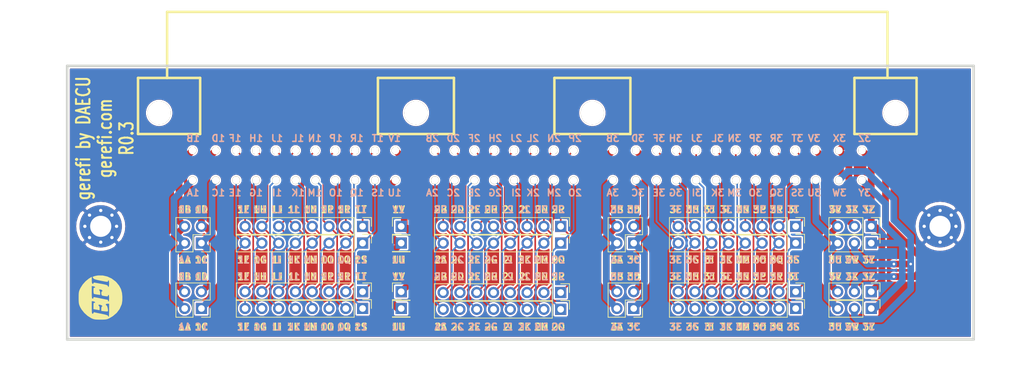
<source format=kicad_pcb>
(kicad_pcb (version 20171130) (host pcbnew "(5.1.8)-1")
  (title_block (title "ECU adapter") (date 2017-02-05) (rev R0.2) (company DAECU))
  (layers (0 F.Cu signal) (31 B.Cu signal) (34 B.Paste user) (35 F.Paste user) (36 B.SilkS user) (37 F.SilkS user) (38 B.Mask user) (39 F.Mask user) (44 Edge.Cuts user))
  (net 0 "")
  (net 1 GND)
  (net 2 "Net-(P1-Pad1)")
  (net 3 "Net-(P1-Pad2)")
  (net 4 "Net-(P1-Pad3)")
  (net 5 "Net-(P14-Pad1)")
  (net 6 "Net-(P14-Pad2)")
  (net 7 "Net-(P14-Pad3)")
  (net 8 "Net-(P19-Pad1)")
  (net 9 "Net-(P20-Pad1)")
  (net 10 "Net-(P25-Pad61)")
  (net 11 "Net-(P25-Pad53)")
  (net 12 "Net-(P25-Pad54)")
  (net 13 "Net-(P25-Pad62)")
  (net 14 "Net-(P25-Pad64)")
  (net 15 "Net-(P25-Pad56)")
  (net 16 "Net-(P25-Pad55)")
  (net 17 "Net-(P25-Pad63)")
  (net 18 "Net-(P25-Pad59)")
  (net 19 "Net-(P25-Pad51)")
  (net 20 "Net-(P25-Pad52)")
  (net 21 "Net-(P25-Pad60)")
  (net 22 "Net-(P25-Pad58)")
  (net 23 "Net-(P25-Pad50)")
  (net 24 "Net-(P25-Pad49)")
  (net 25 "Net-(P25-Pad57)")
  (net 26 "Net-(P25-Pad45)")
  (net 27 "Net-(P25-Pad37)")
  (net 28 "Net-(P25-Pad38)")
  (net 29 "Net-(P25-Pad46)")
  (net 30 "Net-(P25-Pad48)")
  (net 31 "Net-(P25-Pad40)")
  (net 32 "Net-(P25-Pad39)")
  (net 33 "Net-(P25-Pad47)")
  (net 34 "Net-(P25-Pad43)")
  (net 35 "Net-(P25-Pad35)")
  (net 36 "Net-(P25-Pad36)")
  (net 37 "Net-(P25-Pad44)")
  (net 38 "Net-(P25-Pad42)")
  (net 39 "Net-(P25-Pad34)")
  (net 40 "Net-(P25-Pad33)")
  (net 41 "Net-(P25-Pad41)")
  (net 42 "Net-(P25-Pad21)")
  (net 43 "Net-(P25-Pad29)")
  (net 44 "Net-(P25-Pad22)")
  (net 45 "Net-(P25-Pad30)")
  (net 46 "Net-(P25-Pad24)")
  (net 47 "Net-(P25-Pad32)")
  (net 48 "Net-(P25-Pad23)")
  (net 49 "Net-(P25-Pad31)")
  (net 50 "Net-(P25-Pad19)")
  (net 51 "Net-(P25-Pad27)")
  (net 52 "Net-(P25-Pad20)")
  (net 53 "Net-(P25-Pad28)")
  (net 54 "Net-(P25-Pad18)")
  (net 55 "Net-(P25-Pad26)")
  (net 56 "Net-(P25-Pad17)")
  (net 57 "Net-(P25-Pad25)")
  (net 58 "Net-(P25-Pad16)")
  (net 59 "Net-(P25-Pad14)")
  (net 60 "Net-(P25-Pad13)")
  (net 61 "Net-(P25-Pad15)")
  (net 62 "Net-(P25-Pad10)")
  (net 63 "Net-(P25-Pad9)")
  (net 64 "Net-(P25-Pad8)")
  (net 65 "Net-(P25-Pad7)")
  (module MountingHole:MountingHole_3.2mm_M3_Pad_Via (layer F.Cu) (at 182.88 64.77)
    (fp_text reference H2 hide)
    (fp_text value MountingHole_Pad)
    (pad 1 thru_hole circle (at 1.697056 -1.697056) (size 0.8 0.8) (drill 0.5) (layers *.Cu *.Mask) (net 1 GND))
    (pad 1 thru_hole circle (at 0 -2.4) (size 0.8 0.8) (drill 0.5) (layers *.Cu *.Mask) (net 1 GND))
    (pad 1 thru_hole circle (at -1.697056 -1.697056) (size 0.8 0.8) (drill 0.5) (layers *.Cu *.Mask) (net 1 GND))
    (pad 1 thru_hole circle (at -2.4 0) (size 0.8 0.8) (drill 0.5) (layers *.Cu *.Mask) (net 1 GND))
    (pad 1 thru_hole circle (at -1.697056 1.697056) (size 0.8 0.8) (drill 0.5) (layers *.Cu *.Mask) (net 1 GND))
    (pad 1 thru_hole circle (at 0 2.4) (size 0.8 0.8) (drill 0.5) (layers *.Cu *.Mask) (net 1 GND))
    (pad 1 thru_hole circle (at 1.697056 1.697056) (size 0.8 0.8) (drill 0.5) (layers *.Cu *.Mask) (net 1 GND))
    (pad 1 thru_hole circle (at 2.4 0) (size 0.8 0.8) (drill 0.5) (layers *.Cu *.Mask) (net 1 GND))
    (pad 1 thru_hole circle (at 0 0) (size 6.4 6.4) (drill 3.2) (layers *.Cu *.Mask) (net 1 GND))
  )
  (module MountingHole:MountingHole_3.2mm_M3_Pad_Via (layer F.Cu) (at 55.88 64.77)
    (fp_text reference H1 hide)
    (fp_text value MountingHole_Pad)
    (pad 1 thru_hole circle (at 1.697056 -1.697056) (size 0.8 0.8) (drill 0.5) (layers *.Cu *.Mask) (net 1 GND))
    (pad 1 thru_hole circle (at 0 -2.4) (size 0.8 0.8) (drill 0.5) (layers *.Cu *.Mask) (net 1 GND))
    (pad 1 thru_hole circle (at -1.697056 -1.697056) (size 0.8 0.8) (drill 0.5) (layers *.Cu *.Mask) (net 1 GND))
    (pad 1 thru_hole circle (at -2.4 0) (size 0.8 0.8) (drill 0.5) (layers *.Cu *.Mask) (net 1 GND))
    (pad 1 thru_hole circle (at -1.697056 1.697056) (size 0.8 0.8) (drill 0.5) (layers *.Cu *.Mask) (net 1 GND))
    (pad 1 thru_hole circle (at 0 2.4) (size 0.8 0.8) (drill 0.5) (layers *.Cu *.Mask) (net 1 GND))
    (pad 1 thru_hole circle (at 1.697056 1.697056) (size 0.8 0.8) (drill 0.5) (layers *.Cu *.Mask) (net 1 GND))
    (pad 1 thru_hole circle (at 2.4 0) (size 0.8 0.8) (drill 0.5) (layers *.Cu *.Mask) (net 1 GND))
    (pad 1 thru_hole circle (at 0 0) (size 6.4 6.4) (drill 3.2) (layers *.Cu *.Mask) (net 1 GND))
  )
  (module Connector_PinHeader_2.54mm:PinHeader_2x02_P2.54mm_Vertical (layer F.Cu) (at 136.525 67.31 180)
    (fp_text reference P4 hide)
    (fp_text value Conn_01x04_Male)
    (pad 4 thru_hole oval (at 2.54 2.54 180) (size 1.7 1.7) (drill 1) (layers *.Cu *.Mask) (net 62 "Net-(P25-Pad10)"))
    (pad 3 thru_hole oval (at 0 2.54 180) (size 1.7 1.7) (drill 1) (layers *.Cu *.Mask) (net 63 "Net-(P25-Pad9)"))
    (pad 2 thru_hole oval (at 2.54 0 180) (size 1.7 1.7) (drill 1) (layers *.Cu *.Mask) (net 64 "Net-(P25-Pad8)"))
    (pad 1 thru_hole rect (at 0 0 180) (size 1.7 1.7) (drill 1) (layers *.Cu *.Mask) (net 65 "Net-(P25-Pad7)"))
  )
  (module Connector_PinHeader_2.54mm:PinHeader_2x02_P2.54mm_Vertical (layer F.Cu) (at 136.525 77.216 180)
    (fp_text reference P3 hide)
    (fp_text value Conn_01x04_Male)
    (pad 4 thru_hole oval (at 2.54 2.54 180) (size 1.7 1.7) (drill 1) (layers *.Cu *.Mask) (net 62 "Net-(P25-Pad10)"))
    (pad 3 thru_hole oval (at 0 2.54 180) (size 1.7 1.7) (drill 1) (layers *.Cu *.Mask) (net 63 "Net-(P25-Pad9)"))
    (pad 2 thru_hole oval (at 2.54 0 180) (size 1.7 1.7) (drill 1) (layers *.Cu *.Mask) (net 64 "Net-(P25-Pad8)"))
    (pad 1 thru_hole rect (at 0 0 180) (size 1.7 1.7) (drill 1) (layers *.Cu *.Mask) (net 65 "Net-(P25-Pad7)"))
  )
  (module Connector_PinHeader_2.54mm:PinHeader_2x02_P2.54mm_Vertical (layer F.Cu) (at 71.12 67.31 180)
    (fp_text reference P43 hide)
    (fp_text value Conn_01x04_Male)
    (pad 4 thru_hole oval (at 2.54 2.54 180) (size 1.7 1.7) (drill 1) (layers *.Cu *.Mask) (net 58 "Net-(P25-Pad16)"))
    (pad 3 thru_hole oval (at 0 2.54 180) (size 1.7 1.7) (drill 1) (layers *.Cu *.Mask) (net 61 "Net-(P25-Pad15)"))
    (pad 2 thru_hole oval (at 2.54 0 180) (size 1.7 1.7) (drill 1) (layers *.Cu *.Mask) (net 59 "Net-(P25-Pad14)"))
    (pad 1 thru_hole rect (at 0 0 180) (size 1.7 1.7) (drill 1) (layers *.Cu *.Mask) (net 60 "Net-(P25-Pad13)"))
  )
  (module Connector_PinHeader_2.54mm:PinHeader_2x02_P2.54mm_Vertical (layer F.Cu) (at 71.12 77.216 180)
    (fp_text reference P42 hide)
    (fp_text value Conn_01x04_Male)
    (pad 4 thru_hole oval (at 2.54 2.54 180) (size 1.7 1.7) (drill 1) (layers *.Cu *.Mask) (net 58 "Net-(P25-Pad16)"))
    (pad 3 thru_hole oval (at 0 2.54 180) (size 1.7 1.7) (drill 1) (layers *.Cu *.Mask) (net 61 "Net-(P25-Pad15)"))
    (pad 2 thru_hole oval (at 2.54 0 180) (size 1.7 1.7) (drill 1) (layers *.Cu *.Mask) (net 59 "Net-(P25-Pad14)"))
    (pad 1 thru_hole rect (at 0 0 180) (size 1.7 1.7) (drill 1) (layers *.Cu *.Mask) (net 60 "Net-(P25-Pad13)"))
  )
  (module gerefi_lib:LOGO (layer F.Cu) (at 55.88 75.565 90)
    (fp_text reference G1 hide)
    (fp_text value LOGO hide)
  )
  (module Connector_PinHeader_2.54mm:PinHeader_1x03_P2.54mm_Vertical (layer F.Cu) (at 172.466 77.216 270)
    (fp_text reference P1 hide)
    (fp_text value CONN_3)
    (pad 1 thru_hole rect (at 0 0 270) (size 1.7 1.7) (drill 1) (layers *.Cu *.Mask) (net 2 "Net-(P1-Pad1)"))
    (pad 2 thru_hole oval (at 0 2.54 270) (size 1.7 1.7) (drill 1) (layers *.Cu *.Mask) (net 3 "Net-(P1-Pad2)"))
    (pad 3 thru_hole oval (at 0 5.08 270) (size 1.7 1.7) (drill 1) (layers *.Cu *.Mask) (net 4 "Net-(P1-Pad3)"))
  )
  (module Connector_PinHeader_2.54mm:PinHeader_1x03_P2.54mm_Vertical (layer F.Cu) (at 172.466 74.676 270)
    (fp_text reference P2 hide)
    (fp_text value CONN_3)
    (pad 3 thru_hole oval (at 0 5.08 270) (size 1.7 1.7) (drill 1) (layers *.Cu *.Mask) (net 7 "Net-(P14-Pad3)"))
    (pad 2 thru_hole oval (at 0 2.54 270) (size 1.7 1.7) (drill 1) (layers *.Cu *.Mask) (net 6 "Net-(P14-Pad2)"))
    (pad 1 thru_hole rect (at 0 0 270) (size 1.7 1.7) (drill 1) (layers *.Cu *.Mask) (net 5 "Net-(P14-Pad1)"))
  )
  (module Connector_PinHeader_2.54mm:PinHeader_1x01_P2.54mm_Vertical (layer F.Cu) (at 101.346 77.216)
    (fp_text reference P7 hide)
    (fp_text value CONN_1)
    (pad 1 thru_hole rect (at 0 0) (size 1.7 1.7) (drill 1) (layers *.Cu *.Mask) (net 8 "Net-(P19-Pad1)"))
  )
  (module Connector_PinHeader_2.54mm:PinHeader_1x01_P2.54mm_Vertical (layer F.Cu) (at 101.346 74.676)
    (fp_text reference P8 hide)
    (fp_text value CONN_1)
    (pad 1 thru_hole rect (at 0 0) (size 1.7 1.7) (drill 1) (layers *.Cu *.Mask) (net 9 "Net-(P20-Pad1)"))
  )
  (module Connector_PinHeader_2.54mm:PinHeader_1x03_P2.54mm_Vertical (layer F.Cu) (at 172.466 67.31 270)
    (fp_text reference P13 hide)
    (fp_text value CONN_3)
    (pad 3 thru_hole oval (at 0 5.08 270) (size 1.7 1.7) (drill 1) (layers *.Cu *.Mask) (net 4 "Net-(P1-Pad3)"))
    (pad 2 thru_hole oval (at 0 2.54 270) (size 1.7 1.7) (drill 1) (layers *.Cu *.Mask) (net 3 "Net-(P1-Pad2)"))
    (pad 1 thru_hole rect (at 0 0 270) (size 1.7 1.7) (drill 1) (layers *.Cu *.Mask) (net 2 "Net-(P1-Pad1)"))
  )
  (module Connector_PinHeader_2.54mm:PinHeader_1x03_P2.54mm_Vertical (layer F.Cu) (at 172.466 64.77 270)
    (fp_text reference P14 hide)
    (fp_text value CONN_3)
    (pad 1 thru_hole rect (at 0 0 270) (size 1.7 1.7) (drill 1) (layers *.Cu *.Mask) (net 5 "Net-(P14-Pad1)"))
    (pad 2 thru_hole oval (at 0 2.54 270) (size 1.7 1.7) (drill 1) (layers *.Cu *.Mask) (net 6 "Net-(P14-Pad2)"))
    (pad 3 thru_hole oval (at 0 5.08 270) (size 1.7 1.7) (drill 1) (layers *.Cu *.Mask) (net 7 "Net-(P14-Pad3)"))
  )
  (module Connector_PinHeader_2.54mm:PinHeader_1x01_P2.54mm_Vertical (layer F.Cu) (at 101.346 67.31)
    (fp_text reference P19 hide)
    (fp_text value CONN_1)
    (pad 1 thru_hole rect (at 0 0) (size 1.7 1.7) (drill 1) (layers *.Cu *.Mask) (net 8 "Net-(P19-Pad1)"))
  )
  (module Connector_PinHeader_2.54mm:PinHeader_1x01_P2.54mm_Vertical (layer F.Cu) (at 101.346 64.77)
    (fp_text reference P20 hide)
    (fp_text value CONN_1)
    (pad 1 thru_hole rect (at 0 0) (size 1.7 1.7) (drill 1) (layers *.Cu *.Mask) (net 9 "Net-(P20-Pad1)"))
  )
  (module 0176122-06:176122-6 (layer F.Cu) (at 179.324 57.785)
    (fp_text reference P25 hide)
    (fp_text value 0176122-06 hide)
    (pad 16 thru_hole circle (at -109.54766 -4.50088 180) (size 1.15062 1.15062) (drill 1.09982) (layers *.Cu *.Mask F.SilkS) (net 58 "Net-(P25-Pad16)"))
    (pad 14 thru_hole circle (at -109.54766 0) (size 1.15062 1.15062) (drill 1.09982) (layers *.Cu *.Mask F.SilkS) (net 59 "Net-(P25-Pad14)"))
    (pad 13 thru_hole circle (at -106.05008 0) (size 1.15062 1.15062) (drill 1.09982) (layers *.Cu *.Mask F.SilkS) (net 60 "Net-(P25-Pad13)"))
    (pad 15 thru_hole circle (at -106.05008 -4.50088 180) (size 1.15062 1.15062) (drill 1.09982) (layers *.Cu *.Mask F.SilkS) (net 61 "Net-(P25-Pad15)"))
    (pad 61 thru_hole circle (at -93.94952 -4.50088 180) (size 1.15062 1.15062) (drill 1.09982) (layers *.Cu *.Mask F.SilkS) (net 10 "Net-(P25-Pad61)"))
    (pad 53 thru_hole circle (at -93.94952 0) (size 1.15062 1.15062) (drill 1.09982) (layers *.Cu *.Mask F.SilkS) (net 11 "Net-(P25-Pad53)"))
    (pad 54 thru_hole circle (at -96.94926 0) (size 1.15062 1.15062) (drill 1.09982) (layers *.Cu *.Mask F.SilkS) (net 12 "Net-(P25-Pad54)"))
    (pad 62 thru_hole circle (at -96.94926 -4.50088 180) (size 1.15062 1.15062) (drill 1.09982) (layers *.Cu *.Mask F.SilkS) (net 13 "Net-(P25-Pad62)"))
    (pad 64 thru_hole circle (at -102.94874 -4.50088 180) (size 1.15062 1.15062) (drill 1.09982) (layers *.Cu *.Mask F.SilkS) (net 14 "Net-(P25-Pad64)"))
    (pad 56 thru_hole circle (at -102.94874 0) (size 1.15062 1.15062) (drill 1.09982) (layers *.Cu *.Mask F.SilkS) (net 15 "Net-(P25-Pad56)"))
    (pad 55 thru_hole circle (at -99.949 0) (size 1.15062 1.15062) (drill 1.09982) (layers *.Cu *.Mask F.SilkS) (net 16 "Net-(P25-Pad55)"))
    (pad 63 thru_hole circle (at -99.949 -4.50088 180) (size 1.15062 1.15062) (drill 1.09982) (layers *.Cu *.Mask F.SilkS) (net 17 "Net-(P25-Pad63)"))
    (pad 59 thru_hole circle (at -87.95004 -4.50088 180) (size 1.15062 1.15062) (drill 1.09982) (layers *.Cu *.Mask F.SilkS) (net 18 "Net-(P25-Pad59)"))
    (pad 51 thru_hole circle (at -87.95004 0) (size 1.15062 1.15062) (drill 1.09982) (layers *.Cu *.Mask F.SilkS) (net 19 "Net-(P25-Pad51)"))
    (pad 52 thru_hole circle (at -90.94978 0) (size 1.15062 1.15062) (drill 1.09982) (layers *.Cu *.Mask F.SilkS) (net 20 "Net-(P25-Pad52)"))
    (pad 60 thru_hole circle (at -90.94978 -4.50088 180) (size 1.15062 1.15062) (drill 1.09982) (layers *.Cu *.Mask F.SilkS) (net 21 "Net-(P25-Pad60)"))
    (pad 58 thru_hole circle (at -84.9503 -4.50088 180) (size 1.15062 1.15062) (drill 1.09982) (layers *.Cu *.Mask F.SilkS) (net 22 "Net-(P25-Pad58)"))
    (pad 50 thru_hole circle (at -84.9503 0) (size 1.15062 1.15062) (drill 1.09982) (layers *.Cu *.Mask F.SilkS) (net 23 "Net-(P25-Pad50)"))
    (pad 49 thru_hole circle (at -81.95056 0) (size 1.15062 1.15062) (drill 1.09982) (layers *.Cu *.Mask F.SilkS) (net 24 "Net-(P25-Pad49)"))
    (pad 57 thru_hole circle (at -81.95056 -4.50088 180) (size 1.15062 1.15062) (drill 1.09982) (layers *.Cu *.Mask F.SilkS) (net 25 "Net-(P25-Pad57)"))
    (pad 45 thru_hole circle (at -63.90132 -4.50088 180) (size 1.15062 1.15062) (drill 1.09982) (layers *.Cu *.Mask F.SilkS) (net 26 "Net-(P25-Pad45)"))
    (pad 37 thru_hole circle (at -63.90132 0) (size 1.15062 1.15062) (drill 1.09982) (layers *.Cu *.Mask F.SilkS) (net 27 "Net-(P25-Pad37)"))
    (pad 38 thru_hole circle (at -66.90106 0) (size 1.15062 1.15062) (drill 1.09982) (layers *.Cu *.Mask F.SilkS) (net 28 "Net-(P25-Pad38)"))
    (pad 46 thru_hole circle (at -66.90106 -4.50088 180) (size 1.15062 1.15062) (drill 1.09982) (layers *.Cu *.Mask F.SilkS) (net 29 "Net-(P25-Pad46)"))
    (pad 48 thru_hole circle (at -72.90054 -4.50088 180) (size 1.15062 1.15062) (drill 1.09982) (layers *.Cu *.Mask F.SilkS) (net 30 "Net-(P25-Pad48)"))
    (pad 40 thru_hole circle (at -72.90054 0) (size 1.15062 1.15062) (drill 1.09982) (layers *.Cu *.Mask F.SilkS) (net 31 "Net-(P25-Pad40)"))
    (pad 39 thru_hole circle (at -69.9008 0) (size 1.15062 1.15062) (drill 1.09982) (layers *.Cu *.Mask F.SilkS) (net 32 "Net-(P25-Pad39)"))
    (pad 47 thru_hole circle (at -69.9008 -4.50088 180) (size 1.15062 1.15062) (drill 1.09982) (layers *.Cu *.Mask F.SilkS) (net 33 "Net-(P25-Pad47)"))
    (pad 43 thru_hole circle (at -57.8993 -4.50088 180) (size 1.15062 1.15062) (drill 1.09982) (layers *.Cu *.Mask F.SilkS) (net 34 "Net-(P25-Pad43)"))
    (pad 35 thru_hole circle (at -57.8993 0) (size 1.15062 1.15062) (drill 1.09982) (layers *.Cu *.Mask F.SilkS) (net 35 "Net-(P25-Pad35)"))
    (pad 36 thru_hole circle (at -60.89904 0) (size 1.15062 1.15062) (drill 1.09982) (layers *.Cu *.Mask F.SilkS) (net 36 "Net-(P25-Pad36)"))
    (pad 44 thru_hole circle (at -60.89904 -4.50088 180) (size 1.15062 1.15062) (drill 1.09982) (layers *.Cu *.Mask F.SilkS) (net 37 "Net-(P25-Pad44)"))
    (pad 42 thru_hole circle (at -54.89956 -4.50088 180) (size 1.15062 1.15062) (drill 1.09982) (layers *.Cu *.Mask F.SilkS) (net 38 "Net-(P25-Pad42)"))
    (pad 34 thru_hole circle (at -54.89956 0) (size 1.15062 1.15062) (drill 1.09982) (layers *.Cu *.Mask F.SilkS) (net 39 "Net-(P25-Pad34)"))
    (pad 12 thru_hole circle (at -78.84922 -4.50088 180) (size 1.15062 1.15062) (drill 1.09982) (layers *.Cu *.Mask F.SilkS) (net 9 "Net-(P20-Pad1)"))
    (pad 11 thru_hole circle (at -78.84922 0) (size 1.15062 1.15062) (drill 1.09982) (layers *.Cu *.Mask F.SilkS) (net 8 "Net-(P19-Pad1)"))
    (pad 33 thru_hole circle (at -51.89982 0) (size 1.15062 1.15062) (drill 1.09982) (layers *.Cu *.Mask F.SilkS) (net 40 "Net-(P25-Pad33)"))
    (pad 41 thru_hole circle (at -51.89982 -4.50088 180) (size 1.15062 1.15062) (drill 1.09982) (layers *.Cu *.Mask F.SilkS) (net 41 "Net-(P25-Pad41)"))
    (pad 7 thru_hole circle (at -42.45356 0) (size 1.15062 1.15062) (drill 1.09982) (layers *.Cu *.Mask F.SilkS) (net 65 "Net-(P25-Pad7)"))
    (pad 9 thru_hole circle (at -42.45356 -4.50088 180) (size 1.15062 1.15062) (drill 1.09982) (layers *.Cu *.Mask F.SilkS) (net 63 "Net-(P25-Pad9)"))
    (pad 8 thru_hole circle (at -45.95368 0) (size 1.15062 1.15062) (drill 1.09982) (layers *.Cu *.Mask F.SilkS) (net 64 "Net-(P25-Pad8)"))
    (pad 10 thru_hole circle (at -45.95368 -4.50088 180) (size 1.15062 1.15062) (drill 1.09982) (layers *.Cu *.Mask F.SilkS) (net 62 "Net-(P25-Pad10)"))
    (pad 21 thru_hole circle (at -30.35046 0) (size 1.15062 1.15062) (drill 1.09982) (layers *.Cu *.Mask F.SilkS) (net 42 "Net-(P25-Pad21)"))
    (pad 29 thru_hole circle (at -30.35046 -4.50088 180) (size 1.15062 1.15062) (drill 1.09982) (layers *.Cu *.Mask F.SilkS) (net 43 "Net-(P25-Pad29)"))
    (pad 22 thru_hole circle (at -33.3502 0) (size 1.15062 1.15062) (drill 1.09982) (layers *.Cu *.Mask F.SilkS) (net 44 "Net-(P25-Pad22)"))
    (pad 30 thru_hole circle (at -33.3502 -4.50088 180) (size 1.15062 1.15062) (drill 1.09982) (layers *.Cu *.Mask F.SilkS) (net 45 "Net-(P25-Pad30)"))
    (pad 24 thru_hole circle (at -39.34968 0) (size 1.15062 1.15062) (drill 1.09982) (layers *.Cu *.Mask F.SilkS) (net 46 "Net-(P25-Pad24)"))
    (pad 32 thru_hole circle (at -39.34968 -4.50088 180) (size 1.15062 1.15062) (drill 1.09982) (layers *.Cu *.Mask F.SilkS) (net 47 "Net-(P25-Pad32)"))
    (pad 23 thru_hole circle (at -36.34994 0) (size 1.15062 1.15062) (drill 1.09982) (layers *.Cu *.Mask F.SilkS) (net 48 "Net-(P25-Pad23)"))
    (pad 31 thru_hole circle (at -36.34994 -4.50088 180) (size 1.15062 1.15062) (drill 1.09982) (layers *.Cu *.Mask F.SilkS) (net 49 "Net-(P25-Pad31)"))
    (pad 19 thru_hole circle (at -24.35098 0) (size 1.15062 1.15062) (drill 1.09982) (layers *.Cu *.Mask F.SilkS) (net 50 "Net-(P25-Pad19)"))
    (pad 27 thru_hole circle (at -24.35098 -4.50088 180) (size 1.15062 1.15062) (drill 1.09982) (layers *.Cu *.Mask F.SilkS) (net 51 "Net-(P25-Pad27)"))
    (pad 20 thru_hole circle (at -27.35072 0) (size 1.15062 1.15062) (drill 1.09982) (layers *.Cu *.Mask F.SilkS) (net 52 "Net-(P25-Pad20)"))
    (pad 28 thru_hole circle (at -27.35072 -4.50088 180) (size 1.15062 1.15062) (drill 1.09982) (layers *.Cu *.Mask F.SilkS) (net 53 "Net-(P25-Pad28)"))
    (pad 18 thru_hole circle (at -21.35124 0) (size 1.15062 1.15062) (drill 1.09982) (layers *.Cu *.Mask F.SilkS) (net 54 "Net-(P25-Pad18)"))
    (pad 26 thru_hole circle (at -21.35124 -4.50088 180) (size 1.15062 1.15062) (drill 1.09982) (layers *.Cu *.Mask F.SilkS) (net 55 "Net-(P25-Pad26)"))
    (pad 17 thru_hole circle (at -18.3515 0) (size 1.15062 1.15062) (drill 1.09982) (layers *.Cu *.Mask F.SilkS) (net 56 "Net-(P25-Pad17)"))
    (pad 25 thru_hole circle (at -18.3515 -4.50088 180) (size 1.15062 1.15062) (drill 1.09982) (layers *.Cu *.Mask F.SilkS) (net 57 "Net-(P25-Pad25)"))
    (pad 3 thru_hole circle (at -15.25016 0) (size 1.15062 1.15062) (drill 1.09982) (layers *.Cu *.Mask F.SilkS) (net 4 "Net-(P1-Pad3)"))
    (pad 6 thru_hole circle (at -15.25016 -4.50088 180) (size 1.15062 1.15062) (drill 1.09982) (layers *.Cu *.Mask F.SilkS) (net 7 "Net-(P14-Pad3)"))
    (pad 2 thru_hole circle (at -11.75004 0) (size 1.15062 1.15062) (drill 1.09982) (layers *.Cu *.Mask F.SilkS) (net 3 "Net-(P1-Pad2)"))
    (pad 5 thru_hole circle (at -11.75004 -4.50088 180) (size 1.15062 1.15062) (drill 1.09982) (layers *.Cu *.Mask F.SilkS) (net 6 "Net-(P14-Pad2)"))
    (pad "" thru_hole circle (at -114.59972 -10.20064) (size 3.50012 3.50012) (drill 3.50012) (layers *.Cu *.Mask F.SilkS))
    (pad "" thru_hole circle (at -75.75042 -10.20064) (size 3.50012 3.50012) (drill 3.50012) (layers *.Cu *.Mask F.SilkS))
    (pad "" thru_hole circle (at -49.04994 -10.20064) (size 3.50012 3.50012) (drill 3.50012) (layers *.Cu *.Mask F.SilkS))
    (pad 1 thru_hole circle (at -8.24992 0) (size 1.15062 1.15062) (drill 1.09982) (layers *.Cu *.Mask F.SilkS) (net 2 "Net-(P1-Pad1)"))
    (pad 4 thru_hole circle (at -8.24992 -4.50088 180) (size 1.15062 1.15062) (drill 1.09982) (layers *.Cu *.Mask F.SilkS) (net 5 "Net-(P14-Pad1)"))
    (pad "" thru_hole circle (at -3.2004 -10.20064) (size 3.50012 3.50012) (drill 3.50012) (layers *.Cu *.Mask F.SilkS))
  )
  (module Connector_PinHeader_2.54mm:PinHeader_1x08_P2.54mm_Vertical (layer F.Cu) (at 161.036 77.216 270)
    (fp_text reference P26 hide)
    (fp_text value CONN_8)
    (pad 1 thru_hole rect (at 0 0 270) (size 1.7 1.7) (drill 1) (layers *.Cu *.Mask) (net 56 "Net-(P25-Pad17)"))
    (pad 2 thru_hole oval (at 0 2.54 270) (size 1.7 1.7) (drill 1) (layers *.Cu *.Mask) (net 54 "Net-(P25-Pad18)"))
    (pad 3 thru_hole oval (at 0 5.08 270) (size 1.7 1.7) (drill 1) (layers *.Cu *.Mask) (net 50 "Net-(P25-Pad19)"))
    (pad 4 thru_hole oval (at 0 7.62 270) (size 1.7 1.7) (drill 1) (layers *.Cu *.Mask) (net 52 "Net-(P25-Pad20)"))
    (pad 5 thru_hole oval (at 0 10.16 270) (size 1.7 1.7) (drill 1) (layers *.Cu *.Mask) (net 42 "Net-(P25-Pad21)"))
    (pad 6 thru_hole oval (at 0 12.7 270) (size 1.7 1.7) (drill 1) (layers *.Cu *.Mask) (net 44 "Net-(P25-Pad22)"))
    (pad 7 thru_hole oval (at 0 15.24 270) (size 1.7 1.7) (drill 1) (layers *.Cu *.Mask) (net 48 "Net-(P25-Pad23)"))
    (pad 8 thru_hole oval (at 0 17.78 270) (size 1.7 1.7) (drill 1) (layers *.Cu *.Mask) (net 46 "Net-(P25-Pad24)"))
  )
  (module Connector_PinHeader_2.54mm:PinHeader_1x08_P2.54mm_Vertical (layer F.Cu) (at 161.036 74.676 270)
    (fp_text reference P27 hide)
    (fp_text value CONN_8)
    (pad 8 thru_hole oval (at 0 17.78 270) (size 1.7 1.7) (drill 1) (layers *.Cu *.Mask) (net 47 "Net-(P25-Pad32)"))
    (pad 7 thru_hole oval (at 0 15.24 270) (size 1.7 1.7) (drill 1) (layers *.Cu *.Mask) (net 49 "Net-(P25-Pad31)"))
    (pad 6 thru_hole oval (at 0 12.7 270) (size 1.7 1.7) (drill 1) (layers *.Cu *.Mask) (net 45 "Net-(P25-Pad30)"))
    (pad 5 thru_hole oval (at 0 10.16 270) (size 1.7 1.7) (drill 1) (layers *.Cu *.Mask) (net 43 "Net-(P25-Pad29)"))
    (pad 4 thru_hole oval (at 0 7.62 270) (size 1.7 1.7) (drill 1) (layers *.Cu *.Mask) (net 53 "Net-(P25-Pad28)"))
    (pad 3 thru_hole oval (at 0 5.08 270) (size 1.7 1.7) (drill 1) (layers *.Cu *.Mask) (net 51 "Net-(P25-Pad27)"))
    (pad 2 thru_hole oval (at 0 2.54 270) (size 1.7 1.7) (drill 1) (layers *.Cu *.Mask) (net 55 "Net-(P25-Pad26)"))
    (pad 1 thru_hole rect (at 0 0 270) (size 1.7 1.7) (drill 1) (layers *.Cu *.Mask) (net 57 "Net-(P25-Pad25)"))
  )
  (module Connector_PinHeader_2.54mm:PinHeader_1x08_P2.54mm_Vertical (layer F.Cu) (at 125.476 77.343 270)
    (fp_text reference P28 hide)
    (fp_text value CONN_8)
    (pad 8 thru_hole oval (at 0 17.78 270) (size 1.7 1.7) (drill 1) (layers *.Cu *.Mask) (net 31 "Net-(P25-Pad40)"))
    (pad 7 thru_hole oval (at 0 15.24 270) (size 1.7 1.7) (drill 1) (layers *.Cu *.Mask) (net 32 "Net-(P25-Pad39)"))
    (pad 6 thru_hole oval (at 0 12.7 270) (size 1.7 1.7) (drill 1) (layers *.Cu *.Mask) (net 28 "Net-(P25-Pad38)"))
    (pad 5 thru_hole oval (at 0 10.16 270) (size 1.7 1.7) (drill 1) (layers *.Cu *.Mask) (net 27 "Net-(P25-Pad37)"))
    (pad 4 thru_hole oval (at 0 7.62 270) (size 1.7 1.7) (drill 1) (layers *.Cu *.Mask) (net 36 "Net-(P25-Pad36)"))
    (pad 3 thru_hole oval (at 0 5.08 270) (size 1.7 1.7) (drill 1) (layers *.Cu *.Mask) (net 35 "Net-(P25-Pad35)"))
    (pad 2 thru_hole oval (at 0 2.54 270) (size 1.7 1.7) (drill 1) (layers *.Cu *.Mask) (net 39 "Net-(P25-Pad34)"))
    (pad 1 thru_hole rect (at 0 0 270) (size 1.7 1.7) (drill 1) (layers *.Cu *.Mask) (net 40 "Net-(P25-Pad33)"))
  )
  (module Connector_PinHeader_2.54mm:PinHeader_1x08_P2.54mm_Vertical (layer F.Cu) (at 125.476 74.803 270)
    (fp_text reference P29 hide)
    (fp_text value CONN_8)
    (pad 1 thru_hole rect (at 0 0 270) (size 1.7 1.7) (drill 1) (layers *.Cu *.Mask) (net 41 "Net-(P25-Pad41)"))
    (pad 2 thru_hole oval (at 0 2.54 270) (size 1.7 1.7) (drill 1) (layers *.Cu *.Mask) (net 38 "Net-(P25-Pad42)"))
    (pad 3 thru_hole oval (at 0 5.08 270) (size 1.7 1.7) (drill 1) (layers *.Cu *.Mask) (net 34 "Net-(P25-Pad43)"))
    (pad 4 thru_hole oval (at 0 7.62 270) (size 1.7 1.7) (drill 1) (layers *.Cu *.Mask) (net 37 "Net-(P25-Pad44)"))
    (pad 5 thru_hole oval (at 0 10.16 270) (size 1.7 1.7) (drill 1) (layers *.Cu *.Mask) (net 26 "Net-(P25-Pad45)"))
    (pad 6 thru_hole oval (at 0 12.7 270) (size 1.7 1.7) (drill 1) (layers *.Cu *.Mask) (net 29 "Net-(P25-Pad46)"))
    (pad 7 thru_hole oval (at 0 15.24 270) (size 1.7 1.7) (drill 1) (layers *.Cu *.Mask) (net 33 "Net-(P25-Pad47)"))
    (pad 8 thru_hole oval (at 0 17.78 270) (size 1.7 1.7) (drill 1) (layers *.Cu *.Mask) (net 30 "Net-(P25-Pad48)"))
  )
  (module Connector_PinHeader_2.54mm:PinHeader_1x08_P2.54mm_Vertical (layer F.Cu) (at 95.504 67.31 270)
    (fp_text reference P30 hide)
    (fp_text value CONN_8)
    (pad 1 thru_hole rect (at 0 0 270) (size 1.7 1.7) (drill 1) (layers *.Cu *.Mask) (net 24 "Net-(P25-Pad49)"))
    (pad 2 thru_hole oval (at 0 2.54 270) (size 1.7 1.7) (drill 1) (layers *.Cu *.Mask) (net 23 "Net-(P25-Pad50)"))
    (pad 3 thru_hole oval (at 0 5.08 270) (size 1.7 1.7) (drill 1) (layers *.Cu *.Mask) (net 19 "Net-(P25-Pad51)"))
    (pad 4 thru_hole oval (at 0 7.62 270) (size 1.7 1.7) (drill 1) (layers *.Cu *.Mask) (net 20 "Net-(P25-Pad52)"))
    (pad 5 thru_hole oval (at 0 10.16 270) (size 1.7 1.7) (drill 1) (layers *.Cu *.Mask) (net 11 "Net-(P25-Pad53)"))
    (pad 6 thru_hole oval (at 0 12.7 270) (size 1.7 1.7) (drill 1) (layers *.Cu *.Mask) (net 12 "Net-(P25-Pad54)"))
    (pad 7 thru_hole oval (at 0 15.24 270) (size 1.7 1.7) (drill 1) (layers *.Cu *.Mask) (net 16 "Net-(P25-Pad55)"))
    (pad 8 thru_hole oval (at 0 17.78 270) (size 1.7 1.7) (drill 1) (layers *.Cu *.Mask) (net 15 "Net-(P25-Pad56)"))
  )
  (module Connector_PinHeader_2.54mm:PinHeader_1x08_P2.54mm_Vertical (layer F.Cu) (at 95.504 64.77 270)
    (fp_text reference P31 hide)
    (fp_text value CONN_8)
    (pad 8 thru_hole oval (at 0 17.78 270) (size 1.7 1.7) (drill 1) (layers *.Cu *.Mask) (net 14 "Net-(P25-Pad64)"))
    (pad 7 thru_hole oval (at 0 15.24 270) (size 1.7 1.7) (drill 1) (layers *.Cu *.Mask) (net 17 "Net-(P25-Pad63)"))
    (pad 6 thru_hole oval (at 0 12.7 270) (size 1.7 1.7) (drill 1) (layers *.Cu *.Mask) (net 13 "Net-(P25-Pad62)"))
    (pad 5 thru_hole oval (at 0 10.16 270) (size 1.7 1.7) (drill 1) (layers *.Cu *.Mask) (net 10 "Net-(P25-Pad61)"))
    (pad 4 thru_hole oval (at 0 7.62 270) (size 1.7 1.7) (drill 1) (layers *.Cu *.Mask) (net 21 "Net-(P25-Pad60)"))
    (pad 3 thru_hole oval (at 0 5.08 270) (size 1.7 1.7) (drill 1) (layers *.Cu *.Mask) (net 18 "Net-(P25-Pad59)"))
    (pad 2 thru_hole oval (at 0 2.54 270) (size 1.7 1.7) (drill 1) (layers *.Cu *.Mask) (net 22 "Net-(P25-Pad58)"))
    (pad 1 thru_hole rect (at 0 0 270) (size 1.7 1.7) (drill 1) (layers *.Cu *.Mask) (net 25 "Net-(P25-Pad57)"))
  )
  (module Connector_PinHeader_2.54mm:PinHeader_1x08_P2.54mm_Vertical (layer F.Cu) (at 161.036 67.31 270)
    (fp_text reference P32 hide)
    (fp_text value CONN_8)
    (pad 8 thru_hole oval (at 0 17.78 270) (size 1.7 1.7) (drill 1) (layers *.Cu *.Mask) (net 46 "Net-(P25-Pad24)"))
    (pad 7 thru_hole oval (at 0 15.24 270) (size 1.7 1.7) (drill 1) (layers *.Cu *.Mask) (net 48 "Net-(P25-Pad23)"))
    (pad 6 thru_hole oval (at 0 12.7 270) (size 1.7 1.7) (drill 1) (layers *.Cu *.Mask) (net 44 "Net-(P25-Pad22)"))
    (pad 5 thru_hole oval (at 0 10.16 270) (size 1.7 1.7) (drill 1) (layers *.Cu *.Mask) (net 42 "Net-(P25-Pad21)"))
    (pad 4 thru_hole oval (at 0 7.62 270) (size 1.7 1.7) (drill 1) (layers *.Cu *.Mask) (net 52 "Net-(P25-Pad20)"))
    (pad 3 thru_hole oval (at 0 5.08 270) (size 1.7 1.7) (drill 1) (layers *.Cu *.Mask) (net 50 "Net-(P25-Pad19)"))
    (pad 2 thru_hole oval (at 0 2.54 270) (size 1.7 1.7) (drill 1) (layers *.Cu *.Mask) (net 54 "Net-(P25-Pad18)"))
    (pad 1 thru_hole rect (at 0 0 270) (size 1.7 1.7) (drill 1) (layers *.Cu *.Mask) (net 56 "Net-(P25-Pad17)"))
  )
  (module Connector_PinHeader_2.54mm:PinHeader_1x08_P2.54mm_Vertical (layer F.Cu) (at 161.036 64.77 270)
    (fp_text reference P33 hide)
    (fp_text value CONN_8)
    (pad 1 thru_hole rect (at 0 0 270) (size 1.7 1.7) (drill 1) (layers *.Cu *.Mask) (net 57 "Net-(P25-Pad25)"))
    (pad 2 thru_hole oval (at 0 2.54 270) (size 1.7 1.7) (drill 1) (layers *.Cu *.Mask) (net 55 "Net-(P25-Pad26)"))
    (pad 3 thru_hole oval (at 0 5.08 270) (size 1.7 1.7) (drill 1) (layers *.Cu *.Mask) (net 51 "Net-(P25-Pad27)"))
    (pad 4 thru_hole oval (at 0 7.62 270) (size 1.7 1.7) (drill 1) (layers *.Cu *.Mask) (net 53 "Net-(P25-Pad28)"))
    (pad 5 thru_hole oval (at 0 10.16 270) (size 1.7 1.7) (drill 1) (layers *.Cu *.Mask) (net 43 "Net-(P25-Pad29)"))
    (pad 6 thru_hole oval (at 0 12.7 270) (size 1.7 1.7) (drill 1) (layers *.Cu *.Mask) (net 45 "Net-(P25-Pad30)"))
    (pad 7 thru_hole oval (at 0 15.24 270) (size 1.7 1.7) (drill 1) (layers *.Cu *.Mask) (net 49 "Net-(P25-Pad31)"))
    (pad 8 thru_hole oval (at 0 17.78 270) (size 1.7 1.7) (drill 1) (layers *.Cu *.Mask) (net 47 "Net-(P25-Pad32)"))
  )
  (module Connector_PinHeader_2.54mm:PinHeader_1x08_P2.54mm_Vertical (layer F.Cu) (at 125.476 67.31 270)
    (fp_text reference P34 hide)
    (fp_text value CONN_8)
    (pad 1 thru_hole rect (at 0 0 270) (size 1.7 1.7) (drill 1) (layers *.Cu *.Mask) (net 40 "Net-(P25-Pad33)"))
    (pad 2 thru_hole oval (at 0 2.54 270) (size 1.7 1.7) (drill 1) (layers *.Cu *.Mask) (net 39 "Net-(P25-Pad34)"))
    (pad 3 thru_hole oval (at 0 5.08 270) (size 1.7 1.7) (drill 1) (layers *.Cu *.Mask) (net 35 "Net-(P25-Pad35)"))
    (pad 4 thru_hole oval (at 0 7.62 270) (size 1.7 1.7) (drill 1) (layers *.Cu *.Mask) (net 36 "Net-(P25-Pad36)"))
    (pad 5 thru_hole oval (at 0 10.16 270) (size 1.7 1.7) (drill 1) (layers *.Cu *.Mask) (net 27 "Net-(P25-Pad37)"))
    (pad 6 thru_hole oval (at 0 12.7 270) (size 1.7 1.7) (drill 1) (layers *.Cu *.Mask) (net 28 "Net-(P25-Pad38)"))
    (pad 7 thru_hole oval (at 0 15.24 270) (size 1.7 1.7) (drill 1) (layers *.Cu *.Mask) (net 32 "Net-(P25-Pad39)"))
    (pad 8 thru_hole oval (at 0 17.78 270) (size 1.7 1.7) (drill 1) (layers *.Cu *.Mask) (net 31 "Net-(P25-Pad40)"))
  )
  (module Connector_PinHeader_2.54mm:PinHeader_1x08_P2.54mm_Vertical (layer F.Cu) (at 125.476 64.77 270)
    (fp_text reference P35 hide)
    (fp_text value CONN_8)
    (pad 8 thru_hole oval (at 0 17.78 270) (size 1.7 1.7) (drill 1) (layers *.Cu *.Mask) (net 30 "Net-(P25-Pad48)"))
    (pad 7 thru_hole oval (at 0 15.24 270) (size 1.7 1.7) (drill 1) (layers *.Cu *.Mask) (net 33 "Net-(P25-Pad47)"))
    (pad 6 thru_hole oval (at 0 12.7 270) (size 1.7 1.7) (drill 1) (layers *.Cu *.Mask) (net 29 "Net-(P25-Pad46)"))
    (pad 5 thru_hole oval (at 0 10.16 270) (size 1.7 1.7) (drill 1) (layers *.Cu *.Mask) (net 26 "Net-(P25-Pad45)"))
    (pad 4 thru_hole oval (at 0 7.62 270) (size 1.7 1.7) (drill 1) (layers *.Cu *.Mask) (net 37 "Net-(P25-Pad44)"))
    (pad 3 thru_hole oval (at 0 5.08 270) (size 1.7 1.7) (drill 1) (layers *.Cu *.Mask) (net 34 "Net-(P25-Pad43)"))
    (pad 2 thru_hole oval (at 0 2.54 270) (size 1.7 1.7) (drill 1) (layers *.Cu *.Mask) (net 38 "Net-(P25-Pad42)"))
    (pad 1 thru_hole rect (at 0 0 270) (size 1.7 1.7) (drill 1) (layers *.Cu *.Mask) (net 41 "Net-(P25-Pad41)"))
  )
  (module Connector_PinHeader_2.54mm:PinHeader_1x08_P2.54mm_Vertical (layer F.Cu) (at 95.504 77.216 270)
    (fp_text reference P36 hide)
    (fp_text value CONN_8)
    (pad 8 thru_hole oval (at 0 17.78 270) (size 1.7 1.7) (drill 1) (layers *.Cu *.Mask) (net 15 "Net-(P25-Pad56)"))
    (pad 7 thru_hole oval (at 0 15.24 270) (size 1.7 1.7) (drill 1) (layers *.Cu *.Mask) (net 16 "Net-(P25-Pad55)"))
    (pad 6 thru_hole oval (at 0 12.7 270) (size 1.7 1.7) (drill 1) (layers *.Cu *.Mask) (net 12 "Net-(P25-Pad54)"))
    (pad 5 thru_hole oval (at 0 10.16 270) (size 1.7 1.7) (drill 1) (layers *.Cu *.Mask) (net 11 "Net-(P25-Pad53)"))
    (pad 4 thru_hole oval (at 0 7.62 270) (size 1.7 1.7) (drill 1) (layers *.Cu *.Mask) (net 20 "Net-(P25-Pad52)"))
    (pad 3 thru_hole oval (at 0 5.08 270) (size 1.7 1.7) (drill 1) (layers *.Cu *.Mask) (net 19 "Net-(P25-Pad51)"))
    (pad 2 thru_hole oval (at 0 2.54 270) (size 1.7 1.7) (drill 1) (layers *.Cu *.Mask) (net 23 "Net-(P25-Pad50)"))
    (pad 1 thru_hole rect (at 0 0 270) (size 1.7 1.7) (drill 1) (layers *.Cu *.Mask) (net 24 "Net-(P25-Pad49)"))
  )
  (module Connector_PinHeader_2.54mm:PinHeader_1x08_P2.54mm_Vertical (layer F.Cu) (at 95.504 74.676 270)
    (fp_text reference P37 hide)
    (fp_text value CONN_8)
    (pad 1 thru_hole rect (at 0 0 270) (size 1.7 1.7) (drill 1) (layers *.Cu *.Mask) (net 25 "Net-(P25-Pad57)"))
    (pad 2 thru_hole oval (at 0 2.54 270) (size 1.7 1.7) (drill 1) (layers *.Cu *.Mask) (net 22 "Net-(P25-Pad58)"))
    (pad 3 thru_hole oval (at 0 5.08 270) (size 1.7 1.7) (drill 1) (layers *.Cu *.Mask) (net 18 "Net-(P25-Pad59)"))
    (pad 4 thru_hole oval (at 0 7.62 270) (size 1.7 1.7) (drill 1) (layers *.Cu *.Mask) (net 21 "Net-(P25-Pad60)"))
    (pad 5 thru_hole oval (at 0 10.16 270) (size 1.7 1.7) (drill 1) (layers *.Cu *.Mask) (net 10 "Net-(P25-Pad61)"))
    (pad 6 thru_hole oval (at 0 12.7 270) (size 1.7 1.7) (drill 1) (layers *.Cu *.Mask) (net 13 "Net-(P25-Pad62)"))
    (pad 7 thru_hole oval (at 0 15.24 270) (size 1.7 1.7) (drill 1) (layers *.Cu *.Mask) (net 17 "Net-(P25-Pad63)"))
    (pad 8 thru_hole oval (at 0 17.78 270) (size 1.7 1.7) (drill 1) (layers *.Cu *.Mask) (net 14 "Net-(P25-Pad64)"))
  )
  (gr_text "gerefi by DAECU\ngerefi.com\nR0.3" (at 56.515 51.435 90) (layer F.SilkS) (effects (font (size 2.032 1.524) (thickness 0.3048))))
  (gr_text 2B (at 106.045 51.435) (layer B.SilkS) (effects (font (size 1.016 1.016) (thickness 0.22352)) (justify mirror)))
  (gr_text 2K (at 121.285 59.69) (layer B.SilkS) (effects (font (size 1.016 1.016) (thickness 0.22352)) (justify mirror)))
  (gr_text 1Q (at 94.615 59.69) (layer B.SilkS) (effects (font (size 1.016 1.016) (thickness 0.22352)) (justify mirror)))
  (gr_text 1K (at 85.725 59.69) (layer B.SilkS) (effects (font (size 1.016 1.016) (thickness 0.22352)) (justify mirror)))
  (gr_text 1I (at 82.55 59.69) (layer B.SilkS) (effects (font (size 1.016 1.016) (thickness 0.22352)) (justify mirror)))
  (gr_text 3E (at 140.335 59.69) (layer B.SilkS) (effects (font (size 1.016 1.016) (thickness 0.22352)) (justify mirror)))
  (gr_text 2A (at 106.045 59.69) (layer B.SilkS) (effects (font (size 1.016 1.016) (thickness 0.22352)) (justify mirror)))
  (gr_text 3W (at 167.64 59.69) (layer B.SilkS) (effects (font (size 1.016 1.016) (thickness 0.22352)) (justify mirror)))
  (gr_text 1M (at 88.265 59.69) (layer B.SilkS) (effects (font (size 1.016 1.016) (thickness 0.22352)) (justify mirror)))
  (gr_text 3M (at 151.765 59.69) (layer B.SilkS) (effects (font (size 1.016 1.016) (thickness 0.22352)) (justify mirror)))
  (gr_text 2F (at 112.395 51.435) (layer B.SilkS) (effects (font (size 1.016 1.016) (thickness 0.22352)) (justify mirror)))
  (gr_text 2J (at 118.745 51.435) (layer B.SilkS) (effects (font (size 1.016 1.016) (thickness 0.22352)) (justify mirror)))
  (gr_text 3R (at 158.115 51.435) (layer B.SilkS) (effects (font (size 1.016 1.016) (thickness 0.22352)) (justify mirror)))
  (gr_text 3Z (at 171.45 51.435) (layer B.SilkS) (effects (font (size 1.016 1.016) (thickness 0.22352)) (justify mirror)))
  (gr_text 3K (at 149.225 59.69) (layer B.SilkS) (effects (font (size 1.016 1.016) (thickness 0.22352)) (justify mirror)))
  (gr_text 3J (at 146.05 51.435) (layer B.SilkS) (effects (font (size 1.016 1.016) (thickness 0.22352)) (justify mirror)))
  (gr_text 3V (at 163.83 51.435) (layer B.SilkS) (effects (font (size 1.016 1.016) (thickness 0.22352)) (justify mirror)))
  (gr_text 2N (at 124.46 51.435) (layer B.SilkS) (effects (font (size 1.016 1.016) (thickness 0.22352)) (justify mirror)))
  (gr_text 3U (at 163.83 59.69) (layer B.SilkS) (effects (font (size 1.016 1.016) (thickness 0.22352)) (justify mirror)))
  (gr_text 3X (at 167.64 51.435) (layer B.SilkS) (effects (font (size 1.016 1.016) (thickness 0.22352)) (justify mirror)))
  (gr_text 3N (at 151.765 51.435) (layer B.SilkS) (effects (font (size 1.016 1.016) (thickness 0.22352)) (justify mirror)))
  (gr_text 2P (at 127.635 51.435) (layer B.SilkS) (effects (font (size 1.016 1.016) (thickness 0.22352)) (justify mirror)))
  (gr_text 2H (at 115.57 51.435) (layer B.SilkS) (effects (font (size 1.016 1.016) (thickness 0.22352)) (justify mirror)))
  (gr_text 2L (at 121.285 51.435) (layer B.SilkS) (effects (font (size 1.016 1.016) (thickness 0.22352)) (justify mirror)))
  (gr_text 3P (at 154.94 51.435) (layer B.SilkS) (effects (font (size 1.016 1.016) (thickness 0.22352)) (justify mirror)))
  (gr_text 3L (at 149.225 51.435) (layer B.SilkS) (effects (font (size 1.016 1.016) (thickness 0.22352)) (justify mirror)))
  (gr_text 3G (at 142.875 59.69) (layer B.SilkS) (effects (font (size 1.016 1.016) (thickness 0.22352)) (justify mirror)))
  (gr_text 2D (at 109.22 51.435) (layer B.SilkS) (effects (font (size 1.016 1.016) (thickness 0.22352)) (justify mirror)))
  (gr_text 1O (at 91.44 59.69) (layer B.SilkS) (effects (font (size 1.016 1.016) (thickness 0.22352)) (justify mirror)))
  (gr_text 3Q (at 158.115 59.69) (layer B.SilkS) (effects (font (size 1.016 1.016) (thickness 0.22352)) (justify mirror)))
  (gr_text 3S (at 161.29 59.69) (layer B.SilkS) (effects (font (size 1.016 1.016) (thickness 0.22352)) (justify mirror)))
  (gr_text 3T (at 161.29 51.435) (layer B.SilkS) (effects (font (size 1.016 1.016) (thickness 0.22352)) (justify mirror)))
  (gr_text 3H (at 142.875 51.435) (layer B.SilkS) (effects (font (size 1.016 1.016) (thickness 0.22352)) (justify mirror)))
  (gr_text 1G (at 79.375 59.69) (layer B.SilkS) (effects (font (size 1.016 1.016) (thickness 0.22352)) (justify mirror)))
  (gr_text 1R (at 94.615 51.435) (layer B.SilkS) (effects (font (size 1.016 1.016) (thickness 0.22352)) (justify mirror)))
  (gr_text 3I (at 146.05 59.69) (layer B.SilkS) (effects (font (size 1.016 1.016) (thickness 0.22352)) (justify mirror)))
  (gr_text 3D (at 137.16 51.435) (layer B.SilkS) (effects (font (size 1.016 1.016) (thickness 0.22352)) (justify mirror)))
  (gr_text 1T (at 97.79 51.435) (layer B.SilkS) (effects (font (size 1.016 1.016) (thickness 0.22352)) (justify mirror)))
  (gr_text 3F (at 140.335 51.435) (layer B.SilkS) (effects (font (size 1.016 1.016) (thickness 0.22352)) (justify mirror)))
  (gr_text 3O (at 154.94 59.69) (layer B.SilkS) (effects (font (size 1.016 1.016) (thickness 0.22352)) (justify mirror)))
  (gr_text 1A (at 69.85 59.69) (layer B.SilkS) (effects (font (size 1.016 1.016) (thickness 0.22352)) (justify mirror)))
  (gr_text 3C (at 137.16 59.69) (layer B.SilkS) (effects (font (size 1.016 1.016) (thickness 0.22352)) (justify mirror)))
  (gr_text 3B (at 133.35 51.435) (layer B.SilkS) (effects (font (size 1.016 1.016) (thickness 0.22352)) (justify mirror)))
  (gr_text 1S (at 97.79 59.69) (layer B.SilkS) (effects (font (size 1.016 1.016) (thickness 0.22352)) (justify mirror)))
  (gr_text 1U (at 100.33 59.69) (layer B.SilkS) (effects (font (size 1.016 1.016) (thickness 0.22352)) (justify mirror)))
  (gr_text 1N (at 88.265 51.435) (layer B.SilkS) (effects (font (size 1.016 1.016) (thickness 0.22352)) (justify mirror)))
  (gr_text 1F (at 76.2 51.435) (layer B.SilkS) (effects (font (size 1.016 1.016) (thickness 0.22352)) (justify mirror)))
  (gr_text 1B (at 69.85 51.435) (layer B.SilkS) (effects (font (size 1.016 1.016) (thickness 0.22352)) (justify mirror)))
  (gr_text 2G (at 115.57 59.69) (layer B.SilkS) (effects (font (size 1.016 1.016) (thickness 0.22352)) (justify mirror)))
  (gr_text 2I (at 118.745 59.69) (layer B.SilkS) (effects (font (size 1.016 1.016) (thickness 0.22352)) (justify mirror)))
  (gr_text 1J (at 82.55 51.435) (layer B.SilkS) (effects (font (size 1.016 1.016) (thickness 0.22352)) (justify mirror)))
  (gr_text 1V (at 100.33 51.435) (layer B.SilkS) (effects (font (size 1.016 1.016) (thickness 0.22352)) (justify mirror)))
  (gr_text 2O (at 127.635 59.69) (layer B.SilkS) (effects (font (size 1.016 1.016) (thickness 0.22352)) (justify mirror)))
  (gr_text 1L (at 85.725 51.435) (layer B.SilkS) (effects (font (size 1.016 1.016) (thickness 0.22352)) (justify mirror)))
  (gr_text 3Y (at 171.45 59.69) (layer B.SilkS) (effects (font (size 1.016 1.016) (thickness 0.22352)) (justify mirror)))
  (gr_text 2E (at 112.395 59.69) (layer B.SilkS) (effects (font (size 1.016 1.016) (thickness 0.22352)) (justify mirror)))
  (gr_text 1C (at 73.66 59.69) (layer B.SilkS) (effects (font (size 1.016 1.016) (thickness 0.22352)) (justify mirror)))
  (gr_text 1P (at 91.44 51.435) (layer B.SilkS) (effects (font (size 1.016 1.016) (thickness 0.22352)) (justify mirror)))
  (gr_text 3A (at 133.35 59.69) (layer B.SilkS) (effects (font (size 1.016 1.016) (thickness 0.22352)) (justify mirror)))
  (gr_text 1E (at 76.2 59.69) (layer B.SilkS) (effects (font (size 1.016 1.016) (thickness 0.22352)) (justify mirror)))
  (gr_text 1D (at 73.66 51.435) (layer B.SilkS) (effects (font (size 1.016 1.016) (thickness 0.22352)) (justify mirror)))
  (gr_text 2C (at 109.22 59.69) (layer B.SilkS) (effects (font (size 1.016 1.016) (thickness 0.22352)) (justify mirror)))
  (gr_text 1H (at 79.375 51.435) (layer B.SilkS) (effects (font (size 1.016 1.016) (thickness 0.22352)) (justify mirror)))
  (gr_text 2M (at 124.46 59.69) (layer B.SilkS) (effects (font (size 1.016 1.016) (thickness 0.22352)) (justify mirror)))
  (gr_text 2B (at 107.315 72.39) (layer B.SilkS) (effects (font (size 1.016 1.016) (thickness 0.22352)) (justify mirror)))
  (gr_text 2K (at 120.015 80.01) (layer B.SilkS) (effects (font (size 1.016 1.016) (thickness 0.22352)) (justify mirror)))
  (gr_text 1Q (at 92.71 80.01) (layer B.SilkS) (effects (font (size 1.016 1.016) (thickness 0.22352)) (justify mirror)))
  (gr_text 1K (at 85.09 80.01) (layer B.SilkS) (effects (font (size 1.016 1.016) (thickness 0.22352)) (justify mirror)))
  (gr_text 1I (at 82.55 80.01) (layer B.SilkS) (effects (font (size 1.016 1.016) (thickness 0.22352)) (justify mirror)))
  (gr_text 3E (at 142.875 80.01) (layer B.SilkS) (effects (font (size 1.016 1.016) (thickness 0.22352)) (justify mirror)))
  (gr_text 2A (at 107.315 80.01) (layer B.SilkS) (effects (font (size 1.016 1.016) (thickness 0.22352)) (justify mirror)))
  (gr_text 3W (at 169.545 80.01) (layer B.SilkS) (effects (font (size 1.016 1.016) (thickness 0.22352)) (justify mirror)))
  (gr_text 1M (at 87.63 80.01) (layer B.SilkS) (effects (font (size 1.016 1.016) (thickness 0.22352)) (justify mirror)))
  (gr_text 3M (at 153.035 80.01) (layer B.SilkS) (effects (font (size 1.016 1.016) (thickness 0.22352)) (justify mirror)))
  (gr_text 2F (at 112.395 72.39) (layer B.SilkS) (effects (font (size 1.016 1.016) (thickness 0.22352)) (justify mirror)))
  (gr_text 2J (at 117.475 72.39) (layer B.SilkS) (effects (font (size 1.016 1.016) (thickness 0.22352)) (justify mirror)))
  (gr_text 3R (at 158.115 72.39) (layer B.SilkS) (effects (font (size 1.016 1.016) (thickness 0.22352)) (justify mirror)))
  (gr_text 3Z (at 172.085 72.39) (layer B.SilkS) (effects (font (size 1.016 1.016) (thickness 0.22352)) (justify mirror)))
  (gr_text 3K (at 150.495 80.01) (layer B.SilkS) (effects (font (size 1.016 1.016) (thickness 0.22352)) (justify mirror)))
  (gr_text 3J (at 147.955 72.39) (layer B.SilkS) (effects (font (size 1.016 1.016) (thickness 0.22352)) (justify mirror)))
  (gr_text 3V (at 167.005 72.39) (layer B.SilkS) (effects (font (size 1.016 1.016) (thickness 0.22352)) (justify mirror)))
  (gr_text 2N (at 122.555 72.39) (layer B.SilkS) (effects (font (size 1.016 1.016) (thickness 0.22352)) (justify mirror)))
  (gr_text 3U (at 167.005 80.01) (layer B.SilkS) (effects (font (size 1.016 1.016) (thickness 0.22352)) (justify mirror)))
  (gr_text 3X (at 169.545 72.39) (layer B.SilkS) (effects (font (size 1.016 1.016) (thickness 0.22352)) (justify mirror)))
  (gr_text 3N (at 153.035 72.39) (layer B.SilkS) (effects (font (size 1.016 1.016) (thickness 0.22352)) (justify mirror)))
  (gr_text 2P (at 125.095 72.39) (layer B.SilkS) (effects (font (size 1.016 1.016) (thickness 0.22352)) (justify mirror)))
  (gr_text 2H (at 114.935 72.39) (layer B.SilkS) (effects (font (size 1.016 1.016) (thickness 0.22352)) (justify mirror)))
  (gr_text 2L (at 120.015 72.39) (layer B.SilkS) (effects (font (size 1.016 1.016) (thickness 0.22352)) (justify mirror)))
  (gr_text 3P (at 155.575 72.39) (layer B.SilkS) (effects (font (size 1.016 1.016) (thickness 0.22352)) (justify mirror)))
  (gr_text 3L (at 150.495 72.39) (layer B.SilkS) (effects (font (size 1.016 1.016) (thickness 0.22352)) (justify mirror)))
  (gr_text 3G (at 145.415 80.01) (layer B.SilkS) (effects (font (size 1.016 1.016) (thickness 0.22352)) (justify mirror)))
  (gr_text 2D (at 109.855 72.39) (layer B.SilkS) (effects (font (size 1.016 1.016) (thickness 0.22352)) (justify mirror)))
  (gr_text 1O (at 90.17 80.01) (layer B.SilkS) (effects (font (size 1.016 1.016) (thickness 0.22352)) (justify mirror)))
  (gr_text 3Q (at 158.115 80.01) (layer B.SilkS) (effects (font (size 1.016 1.016) (thickness 0.22352)) (justify mirror)))
  (gr_text 3S (at 160.655 80.01) (layer B.SilkS) (effects (font (size 1.016 1.016) (thickness 0.22352)) (justify mirror)))
  (gr_text 3T (at 160.655 72.39) (layer B.SilkS) (effects (font (size 1.016 1.016) (thickness 0.22352)) (justify mirror)))
  (gr_text 3H (at 145.415 72.39) (layer B.SilkS) (effects (font (size 1.016 1.016) (thickness 0.22352)) (justify mirror)))
  (gr_text 1G (at 80.01 80.01) (layer B.SilkS) (effects (font (size 1.016 1.016) (thickness 0.22352)) (justify mirror)))
  (gr_text 1R (at 92.71 72.39) (layer B.SilkS) (effects (font (size 1.016 1.016) (thickness 0.22352)) (justify mirror)))
  (gr_text 3I (at 147.955 80.01) (layer B.SilkS) (effects (font (size 1.016 1.016) (thickness 0.22352)) (justify mirror)))
  (gr_text 3D (at 136.525 72.39) (layer B.SilkS) (effects (font (size 1.016 1.016) (thickness 0.22352)) (justify mirror)))
  (gr_text 1T (at 95.25 72.39) (layer B.SilkS) (effects (font (size 1.016 1.016) (thickness 0.22352)) (justify mirror)))
  (gr_text 3F (at 142.875 72.39) (layer B.SilkS) (effects (font (size 1.016 1.016) (thickness 0.22352)) (justify mirror)))
  (gr_text 3O (at 155.575 80.01) (layer B.SilkS) (effects (font (size 1.016 1.016) (thickness 0.22352)) (justify mirror)))
  (gr_text 1A (at 68.58 80.01) (layer B.SilkS) (effects (font (size 1.016 1.016) (thickness 0.22352)) (justify mirror)))
  (gr_text 3C (at 136.525 80.01) (layer B.SilkS) (effects (font (size 1.016 1.016) (thickness 0.22352)) (justify mirror)))
  (gr_text 3B (at 133.985 72.39) (layer B.SilkS) (effects (font (size 1.016 1.016) (thickness 0.22352)) (justify mirror)))
  (gr_text 1S (at 95.25 80.01) (layer B.SilkS) (effects (font (size 1.016 1.016) (thickness 0.22352)) (justify mirror)))
  (gr_text 1U (at 100.965 80.01) (layer B.SilkS) (effects (font (size 1.016 1.016) (thickness 0.22352)) (justify mirror)))
  (gr_text 1N (at 87.63 72.39) (layer B.SilkS) (effects (font (size 1.016 1.016) (thickness 0.22352)) (justify mirror)))
  (gr_text 1F (at 77.47 72.39) (layer B.SilkS) (effects (font (size 1.016 1.016) (thickness 0.22352)) (justify mirror)))
  (gr_text 1B (at 68.58 72.39) (layer B.SilkS) (effects (font (size 1.016 1.016) (thickness 0.22352)) (justify mirror)))
  (gr_text 2G (at 114.935 80.01) (layer B.SilkS) (effects (font (size 1.016 1.016) (thickness 0.22352)) (justify mirror)))
  (gr_text 2I (at 117.475 80.01) (layer B.SilkS) (effects (font (size 1.016 1.016) (thickness 0.22352)) (justify mirror)))
  (gr_text 1J (at 82.55 72.39) (layer B.SilkS) (effects (font (size 1.016 1.016) (thickness 0.22352)) (justify mirror)))
  (gr_text 1V (at 100.965 72.39) (layer B.SilkS) (effects (font (size 1.016 1.016) (thickness 0.22352)) (justify mirror)))
  (gr_text 2O (at 125.095 80.01) (layer B.SilkS) (effects (font (size 1.016 1.016) (thickness 0.22352)) (justify mirror)))
  (gr_text 1L (at 85.09 72.39) (layer B.SilkS) (effects (font (size 1.016 1.016) (thickness 0.22352)) (justify mirror)))
  (gr_text 3Y (at 172.085 80.01) (layer B.SilkS) (effects (font (size 1.016 1.016) (thickness 0.22352)) (justify mirror)))
  (gr_text 2E (at 112.395 80.01) (layer B.SilkS) (effects (font (size 1.016 1.016) (thickness 0.22352)) (justify mirror)))
  (gr_text 1C (at 71.12 80.01) (layer B.SilkS) (effects (font (size 1.016 1.016) (thickness 0.22352)) (justify mirror)))
  (gr_text 1P (at 90.17 72.39) (layer B.SilkS) (effects (font (size 1.016 1.016) (thickness 0.22352)) (justify mirror)))
  (gr_text 3A (at 133.985 80.01) (layer B.SilkS) (effects (font (size 1.016 1.016) (thickness 0.22352)) (justify mirror)))
  (gr_text 1E (at 77.47 80.01) (layer B.SilkS) (effects (font (size 1.016 1.016) (thickness 0.22352)) (justify mirror)))
  (gr_text 1D (at 71.12 72.39) (layer B.SilkS) (effects (font (size 1.016 1.016) (thickness 0.22352)) (justify mirror)))
  (gr_text 2C (at 109.855 80.01) (layer B.SilkS) (effects (font (size 1.016 1.016) (thickness 0.22352)) (justify mirror)))
  (gr_text 1H (at 80.01 72.39) (layer B.SilkS) (effects (font (size 1.016 1.016) (thickness 0.22352)) (justify mirror)))
  (gr_text 2M (at 122.555 80.01) (layer B.SilkS) (effects (font (size 1.016 1.016) (thickness 0.22352)) (justify mirror)))
  (gr_text 1G (at 80.01 69.85) (layer B.SilkS) (effects (font (size 1.016 1.016) (thickness 0.22352)) (justify mirror)))
  (gr_text 2K (at 120.015 69.85) (layer B.SilkS) (effects (font (size 1.016 1.016) (thickness 0.22352)) (justify mirror)))
  (gr_text 1Q (at 92.71 69.85) (layer B.SilkS) (effects (font (size 1.016 1.016) (thickness 0.22352)) (justify mirror)))
  (gr_text 1K (at 85.09 69.85) (layer B.SilkS) (effects (font (size 1.016 1.016) (thickness 0.22352)) (justify mirror)))
  (gr_text 1I (at 82.55 69.85) (layer B.SilkS) (effects (font (size 1.016 1.016) (thickness 0.22352)) (justify mirror)))
  (gr_text 2A (at 107.315 69.85) (layer B.SilkS) (effects (font (size 1.016 1.016) (thickness 0.22352)) (justify mirror)))
  (gr_text 2F (at 112.395 62.23) (layer B.SilkS) (effects (font (size 1.016 1.016) (thickness 0.22352)) (justify mirror)))
  (gr_text 1O (at 90.17 69.85) (layer B.SilkS) (effects (font (size 1.016 1.016) (thickness 0.22352)) (justify mirror)))
  (gr_text 1M (at 87.63 69.85) (layer B.SilkS) (effects (font (size 1.016 1.016) (thickness 0.22352)) (justify mirror)))
  (gr_text 2J (at 117.475 62.23) (layer B.SilkS) (effects (font (size 1.016 1.016) (thickness 0.22352)) (justify mirror)))
  (gr_text 2P (at 125.095 62.23) (layer B.SilkS) (effects (font (size 1.016 1.016) (thickness 0.22352)) (justify mirror)))
  (gr_text 2D (at 109.855 62.23) (layer B.SilkS) (effects (font (size 1.016 1.016) (thickness 0.22352)) (justify mirror)))
  (gr_text 2N (at 122.555 62.23) (layer B.SilkS) (effects (font (size 1.016 1.016) (thickness 0.22352)) (justify mirror)))
  (gr_text 2H (at 114.935 62.23) (layer B.SilkS) (effects (font (size 1.016 1.016) (thickness 0.22352)) (justify mirror)))
  (gr_text 2L (at 120.015 62.23) (layer B.SilkS) (effects (font (size 1.016 1.016) (thickness 0.22352)) (justify mirror)))
  (gr_text 2B (at 107.315 62.23) (layer B.SilkS) (effects (font (size 1.016 1.016) (thickness 0.22352)) (justify mirror)))
  (gr_text 3E (at 142.875 69.85) (layer B.SilkS) (effects (font (size 1.016 1.016) (thickness 0.22352)) (justify mirror)))
  (gr_text 3U (at 167.005 69.85) (layer B.SilkS) (effects (font (size 1.016 1.016) (thickness 0.22352)) (justify mirror)))
  (gr_text 3P (at 155.575 62.23) (layer B.SilkS) (effects (font (size 1.016 1.016) (thickness 0.22352)) (justify mirror)))
  (gr_text 3H (at 145.415 62.23) (layer B.SilkS) (effects (font (size 1.016 1.016) (thickness 0.22352)) (justify mirror)))
  (gr_text 3R (at 158.115 62.23) (layer B.SilkS) (effects (font (size 1.016 1.016) (thickness 0.22352)) (justify mirror)))
  (gr_text 3Z (at 172.085 62.23) (layer B.SilkS) (effects (font (size 1.016 1.016) (thickness 0.22352)) (justify mirror)))
  (gr_text 3S (at 160.655 69.85) (layer B.SilkS) (effects (font (size 1.016 1.016) (thickness 0.22352)) (justify mirror)))
  (gr_text 3V (at 167.005 62.23) (layer B.SilkS) (effects (font (size 1.016 1.016) (thickness 0.22352)) (justify mirror)))
  (gr_text 3X (at 169.545 62.23) (layer B.SilkS) (effects (font (size 1.016 1.016) (thickness 0.22352)) (justify mirror)))
  (gr_text 3T (at 160.655 62.23) (layer B.SilkS) (effects (font (size 1.016 1.016) (thickness 0.22352)) (justify mirror)))
  (gr_text 3Q (at 158.115 69.85) (layer B.SilkS) (effects (font (size 1.016 1.016) (thickness 0.22352)) (justify mirror)))
  (gr_text 3N (at 153.035 62.23) (layer B.SilkS) (effects (font (size 1.016 1.016) (thickness 0.22352)) (justify mirror)))
  (gr_text 3W (at 169.545 69.85) (layer B.SilkS) (effects (font (size 1.016 1.016) (thickness 0.22352)) (justify mirror)))
  (gr_text 3J (at 147.955 62.23) (layer B.SilkS) (effects (font (size 1.016 1.016) (thickness 0.22352)) (justify mirror)))
  (gr_text 3L (at 150.495 62.23) (layer B.SilkS) (effects (font (size 1.016 1.016) (thickness 0.22352)) (justify mirror)))
  (gr_text 3K (at 150.495 69.85) (layer B.SilkS) (effects (font (size 1.016 1.016) (thickness 0.22352)) (justify mirror)))
  (gr_text 3G (at 145.415 69.85) (layer B.SilkS) (effects (font (size 1.016 1.016) (thickness 0.22352)) (justify mirror)))
  (gr_text 3M (at 153.035 69.85) (layer B.SilkS) (effects (font (size 1.016 1.016) (thickness 0.22352)) (justify mirror)))
  (gr_text 3F (at 142.875 62.23) (layer B.SilkS) (effects (font (size 1.016 1.016) (thickness 0.22352)) (justify mirror)))
  (gr_text 3Y (at 172.085 69.85) (layer B.SilkS) (effects (font (size 1.016 1.016) (thickness 0.22352)) (justify mirror)))
  (gr_text 3I (at 147.955 69.85) (layer B.SilkS) (effects (font (size 1.016 1.016) (thickness 0.22352)) (justify mirror)))
  (gr_text 3O (at 155.575 69.85) (layer B.SilkS) (effects (font (size 1.016 1.016) (thickness 0.22352)) (justify mirror)))
  (gr_text 2M (at 122.555 69.85) (layer B.SilkS) (effects (font (size 1.016 1.016) (thickness 0.22352)) (justify mirror)))
  (gr_text 2E (at 112.395 69.85) (layer B.SilkS) (effects (font (size 1.016 1.016) (thickness 0.22352)) (justify mirror)))
  (gr_text 3C (at 136.525 69.85) (layer B.SilkS) (effects (font (size 1.016 1.016) (thickness 0.22352)) (justify mirror)))
  (gr_text 2G (at 114.935 69.85) (layer B.SilkS) (effects (font (size 1.016 1.016) (thickness 0.22352)) (justify mirror)))
  (gr_text 3D (at 136.525 62.23) (layer B.SilkS) (effects (font (size 1.016 1.016) (thickness 0.22352)) (justify mirror)))
  (gr_text 2C (at 109.855 69.85) (layer B.SilkS) (effects (font (size 1.016 1.016) (thickness 0.22352)) (justify mirror)))
  (gr_text 2I (at 117.475 69.85) (layer B.SilkS) (effects (font (size 1.016 1.016) (thickness 0.22352)) (justify mirror)))
  (gr_text 3A (at 133.985 69.85) (layer B.SilkS) (effects (font (size 1.016 1.016) (thickness 0.22352)) (justify mirror)))
  (gr_text 3B (at 133.985 62.23) (layer B.SilkS) (effects (font (size 1.016 1.016) (thickness 0.22352)) (justify mirror)))
  (gr_text 2O (at 125.095 69.85) (layer B.SilkS) (effects (font (size 1.016 1.016) (thickness 0.22352)) (justify mirror)))
  (gr_text 1U (at 100.965 69.85) (layer B.SilkS) (effects (font (size 1.016 1.016) (thickness 0.22352)) (justify mirror)))
  (gr_text 1J (at 82.55 62.23) (layer B.SilkS) (effects (font (size 1.016 1.016) (thickness 0.22352)) (justify mirror)))
  (gr_text 1V (at 100.965 62.23) (layer B.SilkS) (effects (font (size 1.016 1.016) (thickness 0.22352)) (justify mirror)))
  (gr_text 1N (at 87.63 62.23) (layer B.SilkS) (effects (font (size 1.016 1.016) (thickness 0.22352)) (justify mirror)))
  (gr_text 1S (at 95.25 69.85) (layer B.SilkS) (effects (font (size 1.016 1.016) (thickness 0.22352)) (justify mirror)))
  (gr_text 1T (at 95.25 62.23) (layer B.SilkS) (effects (font (size 1.016 1.016) (thickness 0.22352)) (justify mirror)))
  (gr_text 1H (at 80.01 62.23) (layer B.SilkS) (effects (font (size 1.016 1.016) (thickness 0.22352)) (justify mirror)))
  (gr_text 1R (at 92.71 62.23) (layer B.SilkS) (effects (font (size 1.016 1.016) (thickness 0.22352)) (justify mirror)))
  (gr_text 1L (at 85.09 62.23) (layer B.SilkS) (effects (font (size 1.016 1.016) (thickness 0.22352)) (justify mirror)))
  (gr_text 1P (at 90.17 62.23) (layer B.SilkS) (effects (font (size 1.016 1.016) (thickness 0.22352)) (justify mirror)))
  (gr_text 1A (at 68.58 69.85) (layer B.SilkS) (effects (font (size 1.016 1.016) (thickness 0.22352)) (justify mirror)))
  (gr_text 1B (at 68.58 62.23) (layer B.SilkS) (effects (font (size 1.016 1.016) (thickness 0.22352)) (justify mirror)))
  (gr_text 1D (at 71.12 62.23) (layer B.SilkS) (effects (font (size 1.016 1.016) (thickness 0.22352)) (justify mirror)))
  (gr_text 1C (at 71.12 69.85) (layer B.SilkS) (effects (font (size 1.016 1.016) (thickness 0.22352)) (justify mirror)))
  (gr_text 1F (at 77.47 62.23) (layer B.SilkS) (effects (font (size 1.016 1.016) (thickness 0.22352)) (justify mirror)))
  (gr_text 1E (at 77.47 69.85) (layer B.SilkS) (effects (font (size 1.016 1.016) (thickness 0.22352)) (justify mirror)))
  (gr_text 3E (at 142.875 80.01) (layer F.SilkS) (effects (font (size 1.016 1.016) (thickness 0.22352))))
  (gr_text 3U (at 167.005 80.01) (layer F.SilkS) (effects (font (size 1.016 1.016) (thickness 0.22352))))
  (gr_text 3P (at 155.575 72.39) (layer F.SilkS) (effects (font (size 1.016 1.016) (thickness 0.22352))))
  (gr_text 3H (at 145.415 72.39) (layer F.SilkS) (effects (font (size 1.016 1.016) (thickness 0.22352))))
  (gr_text 3R (at 158.115 72.39) (layer F.SilkS) (effects (font (size 1.016 1.016) (thickness 0.22352))))
  (gr_text 3Z (at 172.085 72.39) (layer F.SilkS) (effects (font (size 1.016 1.016) (thickness 0.22352))))
  (gr_text 3S (at 160.655 80.01) (layer F.SilkS) (effects (font (size 1.016 1.016) (thickness 0.22352))))
  (gr_text 3V (at 167.005 72.39) (layer F.SilkS) (effects (font (size 1.016 1.016) (thickness 0.22352))))
  (gr_text 3X (at 169.545 72.39) (layer F.SilkS) (effects (font (size 1.016 1.016) (thickness 0.22352))))
  (gr_text 3T (at 160.655 72.39) (layer F.SilkS) (effects (font (size 1.016 1.016) (thickness 0.22352))))
  (gr_text 3Q (at 158.115 80.01) (layer F.SilkS) (effects (font (size 1.016 1.016) (thickness 0.22352))))
  (gr_text 3N (at 153.035 72.39) (layer F.SilkS) (effects (font (size 1.016 1.016) (thickness 0.22352))))
  (gr_text 3W (at 169.545 80.01) (layer F.SilkS) (effects (font (size 1.016 1.016) (thickness 0.22352))))
  (gr_text 3J (at 147.955 72.39) (layer F.SilkS) (effects (font (size 1.016 1.016) (thickness 0.22352))))
  (gr_text 3L (at 150.495 72.39) (layer F.SilkS) (effects (font (size 1.016 1.016) (thickness 0.22352))))
  (gr_text 3K (at 150.495 80.01) (layer F.SilkS) (effects (font (size 1.016 1.016) (thickness 0.22352))))
  (gr_text 3G (at 145.415 80.01) (layer F.SilkS) (effects (font (size 1.016 1.016) (thickness 0.22352))))
  (gr_text 3M (at 153.035 80.01) (layer F.SilkS) (effects (font (size 1.016 1.016) (thickness 0.22352))))
  (gr_text 3F (at 142.875 72.39) (layer F.SilkS) (effects (font (size 1.016 1.016) (thickness 0.22352))))
  (gr_text 3Y (at 172.085 80.01) (layer F.SilkS) (effects (font (size 1.016 1.016) (thickness 0.22352))))
  (gr_text 3I (at 147.955 80.01) (layer F.SilkS) (effects (font (size 1.016 1.016) (thickness 0.22352))))
  (gr_text 3O (at 155.575 80.01) (layer F.SilkS) (effects (font (size 1.016 1.016) (thickness 0.22352))))
  (gr_text 3V (at 167.005 62.23) (layer F.SilkS) (effects (font (size 1.016 1.016) (thickness 0.22352))))
  (gr_text 3X (at 169.545 62.23) (layer F.SilkS) (effects (font (size 1.016 1.016) (thickness 0.22352))))
  (gr_text 3Y (at 172.085 69.85) (layer F.SilkS) (effects (font (size 1.016 1.016) (thickness 0.22352))))
  (gr_text 3Z (at 172.085 62.23) (layer F.SilkS) (effects (font (size 1.016 1.016) (thickness 0.22352))))
  (gr_text 3W (at 169.545 69.85) (layer F.SilkS) (effects (font (size 1.016 1.016) (thickness 0.22352))))
  (gr_text 3U (at 167.005 69.85) (layer F.SilkS) (effects (font (size 1.016 1.016) (thickness 0.22352))))
  (gr_text 3G (at 145.415 69.85) (layer F.SilkS) (effects (font (size 1.016 1.016) (thickness 0.22352))))
  (gr_text 3Q (at 158.115 69.85) (layer F.SilkS) (effects (font (size 1.016 1.016) (thickness 0.22352))))
  (gr_text 3K (at 150.495 69.85) (layer F.SilkS) (effects (font (size 1.016 1.016) (thickness 0.22352))))
  (gr_text 3I (at 147.955 69.85) (layer F.SilkS) (effects (font (size 1.016 1.016) (thickness 0.22352))))
  (gr_text 3O (at 155.575 69.85) (layer F.SilkS) (effects (font (size 1.016 1.016) (thickness 0.22352))))
  (gr_text 3M (at 153.035 69.85) (layer F.SilkS) (effects (font (size 1.016 1.016) (thickness 0.22352))))
  (gr_text 3J (at 147.955 62.23) (layer F.SilkS) (effects (font (size 1.016 1.016) (thickness 0.22352))))
  (gr_text 3N (at 153.035 62.23) (layer F.SilkS) (effects (font (size 1.016 1.016) (thickness 0.22352))))
  (gr_text 3S (at 160.655 69.85) (layer F.SilkS) (effects (font (size 1.016 1.016) (thickness 0.22352))))
  (gr_text 3T (at 160.655 62.23) (layer F.SilkS) (effects (font (size 1.016 1.016) (thickness 0.22352))))
  (gr_text 3H (at 145.415 62.23) (layer F.SilkS) (effects (font (size 1.016 1.016) (thickness 0.22352))))
  (gr_text 3R (at 158.115 62.23) (layer F.SilkS) (effects (font (size 1.016 1.016) (thickness 0.22352))))
  (gr_text 3L (at 150.495 62.23) (layer F.SilkS) (effects (font (size 1.016 1.016) (thickness 0.22352))))
  (gr_text 3P (at 155.575 62.23) (layer F.SilkS) (effects (font (size 1.016 1.016) (thickness 0.22352))))
  (gr_text 3F (at 142.875 62.23) (layer F.SilkS) (effects (font (size 1.016 1.016) (thickness 0.22352))))
  (gr_text 3E (at 142.875 69.85) (layer F.SilkS) (effects (font (size 1.016 1.016) (thickness 0.22352))))
  (gr_text 3C (at 136.525 80.01) (layer F.SilkS) (effects (font (size 1.016 1.016) (thickness 0.22352))))
  (gr_text 3D (at 136.525 72.39) (layer F.SilkS) (effects (font (size 1.016 1.016) (thickness 0.22352))))
  (gr_text 3A (at 133.985 80.01) (layer F.SilkS) (effects (font (size 1.016 1.016) (thickness 0.22352))))
  (gr_text 3B (at 133.985 72.39) (layer F.SilkS) (effects (font (size 1.016 1.016) (thickness 0.22352))))
  (gr_text 2K (at 120.015 80.01) (layer F.SilkS) (effects (font (size 1.016 1.016) (thickness 0.22352))))
  (gr_text 2A (at 107.315 80.01) (layer F.SilkS) (effects (font (size 1.016 1.016) (thickness 0.22352))))
  (gr_text 2F (at 112.395 72.39) (layer F.SilkS) (effects (font (size 1.016 1.016) (thickness 0.22352))))
  (gr_text 2J (at 117.475 72.39) (layer F.SilkS) (effects (font (size 1.016 1.016) (thickness 0.22352))))
  (gr_text 2P (at 125.095 72.39) (layer F.SilkS) (effects (font (size 1.016 1.016) (thickness 0.22352))))
  (gr_text 2D (at 109.855 72.39) (layer F.SilkS) (effects (font (size 1.016 1.016) (thickness 0.22352))))
  (gr_text 2N (at 122.555 72.39) (layer F.SilkS) (effects (font (size 1.016 1.016) (thickness 0.22352))))
  (gr_text 2H (at 114.935 72.39) (layer F.SilkS) (effects (font (size 1.016 1.016) (thickness 0.22352))))
  (gr_text 2L (at 120.015 72.39) (layer F.SilkS) (effects (font (size 1.016 1.016) (thickness 0.22352))))
  (gr_text 2B (at 107.315 72.39) (layer F.SilkS) (effects (font (size 1.016 1.016) (thickness 0.22352))))
  (gr_text 2M (at 122.555 80.01) (layer F.SilkS) (effects (font (size 1.016 1.016) (thickness 0.22352))))
  (gr_text 2E (at 112.395 80.01) (layer F.SilkS) (effects (font (size 1.016 1.016) (thickness 0.22352))))
  (gr_text 2G (at 114.935 80.01) (layer F.SilkS) (effects (font (size 1.016 1.016) (thickness 0.22352))))
  (gr_text 2C (at 109.855 80.01) (layer F.SilkS) (effects (font (size 1.016 1.016) (thickness 0.22352))))
  (gr_text 2I (at 117.475 80.01) (layer F.SilkS) (effects (font (size 1.016 1.016) (thickness 0.22352))))
  (gr_text 2O (at 125.095 80.01) (layer F.SilkS) (effects (font (size 1.016 1.016) (thickness 0.22352))))
  (gr_text 3A (at 133.985 69.85) (layer F.SilkS) (effects (font (size 1.016 1.016) (thickness 0.22352))))
  (gr_text 3C (at 136.525 69.85) (layer F.SilkS) (effects (font (size 1.016 1.016) (thickness 0.22352))))
  (gr_text 3B (at 133.985 62.23) (layer F.SilkS) (effects (font (size 1.016 1.016) (thickness 0.22352))))
  (gr_text 3D (at 136.525 62.23) (layer F.SilkS) (effects (font (size 1.016 1.016) (thickness 0.22352))))
  (gr_text 2E (at 112.395 69.85) (layer F.SilkS) (effects (font (size 1.016 1.016) (thickness 0.22352))))
  (gr_text 2I (at 117.475 69.85) (layer F.SilkS) (effects (font (size 1.016 1.016) (thickness 0.22352))))
  (gr_text 2O (at 125.095 69.85) (layer F.SilkS) (effects (font (size 1.016 1.016) (thickness 0.22352))))
  (gr_text 2C (at 109.855 69.85) (layer F.SilkS) (effects (font (size 1.016 1.016) (thickness 0.22352))))
  (gr_text 2M (at 122.555 69.85) (layer F.SilkS) (effects (font (size 1.016 1.016) (thickness 0.22352))))
  (gr_text 2G (at 114.935 69.85) (layer F.SilkS) (effects (font (size 1.016 1.016) (thickness 0.22352))))
  (gr_text 2K (at 120.015 69.85) (layer F.SilkS) (effects (font (size 1.016 1.016) (thickness 0.22352))))
  (gr_text 2A (at 107.315 69.85) (layer F.SilkS) (effects (font (size 1.016 1.016) (thickness 0.22352))))
  (gr_text 2F (at 112.395 62.23) (layer F.SilkS) (effects (font (size 1.016 1.016) (thickness 0.22352))))
  (gr_text 2J (at 117.475 62.23) (layer F.SilkS) (effects (font (size 1.016 1.016) (thickness 0.22352))))
  (gr_text 2P (at 125.095 62.23) (layer F.SilkS) (effects (font (size 1.016 1.016) (thickness 0.22352))))
  (gr_text 2D (at 109.855 62.23) (layer F.SilkS) (effects (font (size 1.016 1.016) (thickness 0.22352))))
  (gr_text 2N (at 122.555 62.23) (layer F.SilkS) (effects (font (size 1.016 1.016) (thickness 0.22352))))
  (gr_text 2H (at 114.935 62.23) (layer F.SilkS) (effects (font (size 1.016 1.016) (thickness 0.22352))))
  (gr_text 2L (at 120.015 62.23) (layer F.SilkS) (effects (font (size 1.016 1.016) (thickness 0.22352))))
  (gr_text 2B (at 107.315 62.23) (layer F.SilkS) (effects (font (size 1.016 1.016) (thickness 0.22352))))
  (gr_text 1U (at 100.965 80.01) (layer F.SilkS) (effects (font (size 1.016 1.016) (thickness 0.22352))))
  (gr_text 1V (at 100.965 72.39) (layer F.SilkS) (effects (font (size 1.016 1.016) (thickness 0.22352))))
  (gr_text 1G (at 80.01 80.01) (layer F.SilkS) (effects (font (size 1.016 1.016) (thickness 0.22352))))
  (gr_text 1Q (at 92.71 80.01) (layer F.SilkS) (effects (font (size 1.016 1.016) (thickness 0.22352))))
  (gr_text 1K (at 85.09 80.01) (layer F.SilkS) (effects (font (size 1.016 1.016) (thickness 0.22352))))
  (gr_text 1I (at 82.55 80.01) (layer F.SilkS) (effects (font (size 1.016 1.016) (thickness 0.22352))))
  (gr_text 1O (at 90.17 80.01) (layer F.SilkS) (effects (font (size 1.016 1.016) (thickness 0.22352))))
  (gr_text 1M (at 87.63 80.01) (layer F.SilkS) (effects (font (size 1.016 1.016) (thickness 0.22352))))
  (gr_text 1J (at 82.55 72.39) (layer F.SilkS) (effects (font (size 1.016 1.016) (thickness 0.22352))))
  (gr_text 1N (at 87.63 72.39) (layer F.SilkS) (effects (font (size 1.016 1.016) (thickness 0.22352))))
  (gr_text 1S (at 95.25 80.01) (layer F.SilkS) (effects (font (size 1.016 1.016) (thickness 0.22352))))
  (gr_text 1T (at 95.25 72.39) (layer F.SilkS) (effects (font (size 1.016 1.016) (thickness 0.22352))))
  (gr_text 1H (at 80.01 72.39) (layer F.SilkS) (effects (font (size 1.016 1.016) (thickness 0.22352))))
  (gr_text 1R (at 92.71 72.39) (layer F.SilkS) (effects (font (size 1.016 1.016) (thickness 0.22352))))
  (gr_text 1L (at 85.09 72.39) (layer F.SilkS) (effects (font (size 1.016 1.016) (thickness 0.22352))))
  (gr_text 1P (at 90.17 72.39) (layer F.SilkS) (effects (font (size 1.016 1.016) (thickness 0.22352))))
  (gr_text 1F (at 77.47 72.39) (layer F.SilkS) (effects (font (size 1.016 1.016) (thickness 0.22352))))
  (gr_text 1E (at 77.47 80.01) (layer F.SilkS) (effects (font (size 1.016 1.016) (thickness 0.22352))))
  (gr_text 1Q (at 92.71 69.85) (layer F.SilkS) (effects (font (size 1.016 1.016) (thickness 0.22352))))
  (gr_text 1O (at 90.17 69.85) (layer F.SilkS) (effects (font (size 1.016 1.016) (thickness 0.22352))))
  (gr_text 1M (at 87.63 69.85) (layer F.SilkS) (effects (font (size 1.016 1.016) (thickness 0.22352))))
  (gr_text 1K (at 85.09 69.85) (layer F.SilkS) (effects (font (size 1.016 1.016) (thickness 0.22352))))
  (gr_text 1I (at 82.55 69.85) (layer F.SilkS) (effects (font (size 1.016 1.016) (thickness 0.22352))))
  (gr_text 1G (at 80.01 69.85) (layer F.SilkS) (effects (font (size 1.016 1.016) (thickness 0.22352))))
  (gr_text 1R (at 92.71 62.23) (layer F.SilkS) (effects (font (size 1.016 1.016) (thickness 0.22352))))
  (gr_text 1P (at 90.17 62.23) (layer F.SilkS) (effects (font (size 1.016 1.016) (thickness 0.22352))))
  (gr_text 1N (at 87.63 62.23) (layer F.SilkS) (effects (font (size 1.016 1.016) (thickness 0.22352))))
  (gr_text 1L (at 85.09 62.23) (layer F.SilkS) (effects (font (size 1.016 1.016) (thickness 0.22352))))
  (gr_text 1J (at 82.55 62.23) (layer F.SilkS) (effects (font (size 1.016 1.016) (thickness 0.22352))))
  (gr_text 1H (at 80.01 62.23) (layer F.SilkS) (effects (font (size 1.016 1.016) (thickness 0.22352))))
  (gr_text 1T (at 95.25 62.23) (layer F.SilkS) (effects (font (size 1.016 1.016) (thickness 0.22352))))
  (gr_text 1S (at 95.25 69.85) (layer F.SilkS) (effects (font (size 1.016 1.016) (thickness 0.22352))))
  (gr_text 1V (at 100.965 62.23) (layer F.SilkS) (effects (font (size 1.016 1.016) (thickness 0.22352))))
  (gr_text 1U (at 100.965 69.85) (layer F.SilkS) (effects (font (size 1.016 1.016) (thickness 0.22352))))
  (gr_text 1E (at 77.47 69.85) (layer F.SilkS) (effects (font (size 1.016 1.016) (thickness 0.22352))))
  (gr_text 1F (at 77.47 62.23) (layer F.SilkS) (effects (font (size 1.016 1.016) (thickness 0.22352))))
  (gr_text 1D (at 71.12 62.23) (layer F.SilkS) (effects (font (size 1.016 1.016) (thickness 0.22352))))
  (gr_text 1C (at 71.12 69.85) (layer F.SilkS) (effects (font (size 1.016 1.016) (thickness 0.22352))))
  (gr_text 1D (at 71.12 72.39) (layer F.SilkS) (effects (font (size 1.016 1.016) (thickness 0.22352))))
  (gr_text 1C (at 71.12 80.01) (layer F.SilkS) (effects (font (size 1.016 1.016) (thickness 0.22352))))
  (gr_text 1B (at 68.58 72.39) (layer F.SilkS) (effects (font (size 1.016 1.016) (thickness 0.22352))))
  (gr_text 1B (at 68.58 62.23) (layer F.SilkS) (effects (font (size 1.016 1.016) (thickness 0.22352))))
  (gr_text 1A (at 68.58 69.85) (layer F.SilkS) (effects (font (size 1.016 1.016) (thickness 0.22352))))
  (gr_text 1A (at 68.58 80.01) (layer F.SilkS) (effects (font (size 1.016 1.016) (thickness 0.22352))))
  (gr_line (start 50.8 81.915) (end 50.8 40.46) (angle 90) (layer Edge.Cuts) (width 0.381))
  (gr_line (start 187.96 81.915) (end 50.8 81.915) (angle 90) (layer Edge.Cuts) (width 0.381))
  (gr_line (start 187.96 40.46) (end 187.96 81.915) (angle 90) (layer Edge.Cuts) (width 0.381))
  (gr_line (start 50.8 40.46) (end 187.96 40.46) (angle 90) (layer Edge.Cuts) (width 0.381))
  (segment (start 172.466 67.31) (end 172.994002 67.31) (width 1.012) (layer B.Cu) (net 2))
  (segment (start 177.165 73.045002) (end 177.165 67.31) (width 1.012) (layer B.Cu) (net 2))
  (segment (start 172.994002 77.216) (end 177.165 73.045002) (width 1.012) (layer B.Cu) (net 2))
  (segment (start 172.466 77.216) (end 172.994002 77.216) (width 1.012) (layer B.Cu) (net 2))
  (segment (start 172.466 67.31) (end 177.165 67.31) (width 1.012) (layer B.Cu) (net 2))
  (segment (start 174.625 61.33592) (end 174.076001 60.786921) (width 1.012) (layer B.Cu) (net 2))
  (segment (start 174.625 64.77) (end 174.625 61.33592) (width 1.012) (layer B.Cu) (net 2))
  (segment (start 174.076001 60.786921) (end 171.07408 57.785) (width 1.012) (layer B.Cu) (net 2))
  (segment (start 177.165 67.31) (end 174.625 64.77) (width 1.012) (layer B.Cu) (net 2))
  (segment (start 169.926 68.512081) (end 171.898919 70.485) (width 1.012) (layer B.Cu) (net 3))
  (segment (start 169.926 67.31) (end 169.926 68.512081) (width 1.012) (layer B.Cu) (net 3))
  (segment (start 171.898919 70.485) (end 175.26 70.485) (width 1.012) (layer B.Cu) (net 3))
  (segment (start 175.26 70.485) (end 175.895 70.485) (width 1.012) (layer B.Cu) (net 3))
  (segment (start 175.895 70.485) (end 175.895 70.485) (width 1.012) (layer F.Cu) (net 3))
  (via (at 175.895 70.485) (size 0.8) (drill 0.4) (layers F.Cu B.Cu) (net 3))
  (segment (start 168.909271 56.449689) (end 167.57396 57.785) (width 1.012) (layer B.Cu) (net 3))
  (segment (start 171.71503 56.449689) (end 168.909271 56.449689) (width 1.012) (layer B.Cu) (net 3))
  (segment (start 175.895 60.629659) (end 171.71503 56.449689) (width 1.012) (layer B.Cu) (net 3))
  (segment (start 175.895 63.804659) (end 175.895 60.629659) (width 1.012) (layer B.Cu) (net 3))
  (segment (start 173.924001 78.826001) (end 178.435 74.315002) (width 1.012) (layer B.Cu) (net 3))
  (segment (start 178.435 66.344659) (end 175.895 63.804659) (width 1.012) (layer B.Cu) (net 3))
  (segment (start 178.435 74.315002) (end 178.435 66.344659) (width 1.012) (layer B.Cu) (net 3))
  (segment (start 169.926 78.418081) (end 170.33392 78.826001) (width 1.012) (layer B.Cu) (net 3))
  (segment (start 170.33392 78.826001) (end 173.924001 78.826001) (width 1.012) (layer B.Cu) (net 3))
  (segment (start 169.926 77.216) (end 169.926 78.418081) (width 1.012) (layer B.Cu) (net 3))
  (segment (start 175.895 70.485) (end 178.434988 70.485) (width 1.012) (layer F.Cu) (net 3))
  (via (at 178.434988 70.485) (size 0.8) (drill 0.4) (layers F.Cu B.Cu) (net 3))
  (segment (start 164.07384 63.99784) (end 164.07384 57.785) (width 1.012) (layer B.Cu) (net 4))
  (segment (start 167.386 67.31) (end 164.07384 63.99784) (width 1.012) (layer B.Cu) (net 4))
  (segment (start 165.775999 68.920001) (end 167.386 67.31) (width 1.012) (layer B.Cu) (net 4))
  (segment (start 165.775999 75.605999) (end 165.775999 68.920001) (width 1.012) (layer B.Cu) (net 4))
  (segment (start 167.386 77.216) (end 165.775999 75.605999) (width 1.012) (layer B.Cu) (net 4))
  (segment (start 172.466 54.67604) (end 171.07408 53.28412) (width 1.012) (layer F.Cu) (net 5))
  (segment (start 172.466 64.77) (end 172.466 54.67604) (width 1.012) (layer F.Cu) (net 5))
  (segment (start 172.994002 64.77) (end 172.466 64.77) (width 1.012) (layer F.Cu) (net 5))
  (segment (start 174.076001 65.851999) (end 172.994002 64.77) (width 1.012) (layer F.Cu) (net 5))
  (segment (start 174.076001 73.065999) (end 174.076001 65.851999) (width 1.012) (layer F.Cu) (net 5))
  (segment (start 172.466 74.676) (end 174.076001 73.065999) (width 1.012) (layer F.Cu) (net 5))
  (segment (start 169.076001 54.786161) (end 167.57396 53.28412) (width 1.012) (layer F.Cu) (net 6))
  (segment (start 169.076001 63.920001) (end 169.076001 54.786161) (width 1.012) (layer F.Cu) (net 6))
  (segment (start 169.926 64.77) (end 169.076001 63.920001) (width 1.012) (layer F.Cu) (net 6))
  (via (at 175.895 72.39) (size 0.8) (drill 0.4) (layers F.Cu B.Cu) (net 6))
  (segment (start 171.009919 72.39) (end 175.895 72.39) (width 1.012) (layer B.Cu) (net 6))
  (segment (start 169.926 73.473919) (end 171.009919 72.39) (width 1.012) (layer B.Cu) (net 6))
  (segment (start 169.926 74.676) (end 169.926 73.473919) (width 1.012) (layer B.Cu) (net 6))
  (segment (start 171.71503 51.948809) (end 168.909271 51.948809) (width 1.012) (layer F.Cu) (net 6))
  (segment (start 174.625 54.858779) (end 171.71503 51.948809) (width 1.012) (layer F.Cu) (net 6))
  (segment (start 174.625 64.135) (end 174.625 54.858779) (width 1.012) (layer F.Cu) (net 6))
  (segment (start 179.705 69.215) (end 174.625 64.135) (width 1.012) (layer F.Cu) (net 6))
  (segment (start 179.705 71.755) (end 179.705 69.215) (width 1.012) (layer F.Cu) (net 6))
  (segment (start 168.909271 51.948809) (end 167.57396 53.28412) (width 1.012) (layer F.Cu) (net 6))
  (segment (start 179.07 72.39) (end 179.705 71.755) (width 1.012) (layer F.Cu) (net 6))
  (segment (start 175.895 72.39) (end 179.07 72.39) (width 1.012) (layer F.Cu) (net 6))
  (segment (start 165.409151 54.619431) (end 164.07384 53.28412) (width 1.012) (layer F.Cu) (net 7))
  (segment (start 165.409151 62.793151) (end 165.409151 54.619431) (width 1.012) (layer F.Cu) (net 7))
  (segment (start 167.386 64.77) (end 165.409151 62.793151) (width 1.012) (layer F.Cu) (net 7))
  (segment (start 165.775999 66.380001) (end 167.386 64.77) (width 1.012) (layer F.Cu) (net 7))
  (segment (start 165.775999 73.065999) (end 165.775999 66.380001) (width 1.012) (layer F.Cu) (net 7))
  (segment (start 167.386 74.676) (end 165.775999 73.065999) (width 1.012) (layer F.Cu) (net 7))
  (segment (start 99.735999 58.523781) (end 100.47478 57.785) (width 1.012) (layer F.Cu) (net 8))
  (segment (start 99.735999 66.228001) (end 99.735999 58.523781) (width 1.012) (layer F.Cu) (net 8))
  (segment (start 100.817998 67.31) (end 99.735999 66.228001) (width 1.012) (layer F.Cu) (net 8))
  (segment (start 101.346 67.31) (end 100.817998 67.31) (width 1.012) (layer F.Cu) (net 8))
  (segment (start 99.735999 68.920001) (end 101.346 67.31) (width 1.012) (layer F.Cu) (net 8))
  (segment (start 99.735999 76.134001) (end 99.735999 68.920001) (width 1.012) (layer F.Cu) (net 8))
  (segment (start 100.817998 77.216) (end 99.735999 76.134001) (width 1.012) (layer F.Cu) (net 8))
  (segment (start 101.346 77.216) (end 100.817998 77.216) (width 1.012) (layer F.Cu) (net 8))
  (segment (start 101.810091 54.619431) (end 100.47478 53.28412) (width 1.012) (layer F.Cu) (net 9))
  (segment (start 101.810091 64.305909) (end 101.810091 54.619431) (width 1.012) (layer F.Cu) (net 9))
  (segment (start 101.346 64.77) (end 101.810091 64.305909) (width 1.012) (layer F.Cu) (net 9))
  (segment (start 101.874002 64.77) (end 101.346 64.77) (width 1.012) (layer F.Cu) (net 9))
  (segment (start 102.956001 65.851999) (end 101.874002 64.77) (width 1.012) (layer F.Cu) (net 9))
  (segment (start 102.956001 73.065999) (end 102.956001 65.851999) (width 1.012) (layer F.Cu) (net 9))
  (segment (start 101.346 74.676) (end 102.956001 73.065999) (width 1.012) (layer F.Cu) (net 9))
  (segment (start 86.652999 66.078999) (end 85.344 64.77) (width 0.254) (layer F.Cu) (net 10))
  (segment (start 86.652999 73.367001) (end 86.652999 66.078999) (width 0.254) (layer F.Cu) (net 10))
  (segment (start 85.344 74.676) (end 86.652999 73.367001) (width 0.254) (layer F.Cu) (net 10))
  (segment (start 84.418169 54.240431) (end 85.37448 53.28412) (width 0.254) (layer F.Cu) (net 10))
  (segment (start 84.418169 63.844169) (end 84.418169 54.240431) (width 0.254) (layer F.Cu) (net 10))
  (segment (start 85.344 64.77) (end 84.418169 63.844169) (width 0.254) (layer F.Cu) (net 10))
  (segment (start 84.112999 68.541001) (end 85.344 67.31) (width 0.254) (layer B.Cu) (net 11))
  (segment (start 84.112999 75.984999) (end 84.112999 68.541001) (width 0.254) (layer B.Cu) (net 11))
  (segment (start 85.344 77.216) (end 84.112999 75.984999) (width 0.254) (layer B.Cu) (net 11))
  (segment (start 86.652999 59.063519) (end 85.37448 57.785) (width 0.254) (layer B.Cu) (net 11))
  (segment (start 86.652999 66.001001) (end 86.652999 59.063519) (width 0.254) (layer B.Cu) (net 11))
  (segment (start 85.344 67.31) (end 86.652999 66.001001) (width 0.254) (layer B.Cu) (net 11))
  (segment (start 81.572999 68.541001) (end 82.804 67.31) (width 0.254) (layer B.Cu) (net 12))
  (segment (start 81.572999 75.984999) (end 81.572999 68.541001) (width 0.254) (layer B.Cu) (net 12))
  (segment (start 82.804 77.216) (end 81.572999 75.984999) (width 0.254) (layer B.Cu) (net 12))
  (segment (start 81.495001 58.664739) (end 82.37474 57.785) (width 0.254) (layer B.Cu) (net 12))
  (segment (start 81.495001 66.001001) (end 81.495001 58.664739) (width 0.254) (layer B.Cu) (net 12))
  (segment (start 82.804 67.31) (end 81.495001 66.001001) (width 0.254) (layer B.Cu) (net 12))
  (segment (start 84.035001 66.001001) (end 82.804 64.77) (width 0.254) (layer F.Cu) (net 13))
  (segment (start 84.035001 73.444999) (end 84.035001 66.001001) (width 0.254) (layer F.Cu) (net 13))
  (segment (start 82.804 74.676) (end 84.035001 73.444999) (width 0.254) (layer F.Cu) (net 13))
  (segment (start 83.653999 54.563379) (end 82.37474 53.28412) (width 0.254) (layer F.Cu) (net 13))
  (segment (start 83.653999 63.920001) (end 83.653999 54.563379) (width 0.254) (layer F.Cu) (net 13))
  (segment (start 82.804 64.77) (end 83.653999 63.920001) (width 0.254) (layer F.Cu) (net 13))
  (segment (start 78.955001 66.001001) (end 77.724 64.77) (width 0.254) (layer F.Cu) (net 14))
  (segment (start 78.955001 73.444999) (end 78.955001 66.001001) (width 0.254) (layer F.Cu) (net 14))
  (segment (start 77.724 74.676) (end 78.955001 73.444999) (width 0.254) (layer F.Cu) (net 14))
  (segment (start 77.724 54.63286) (end 76.37526 53.28412) (width 0.254) (layer F.Cu) (net 14))
  (segment (start 77.724 64.77) (end 77.724 54.63286) (width 0.254) (layer F.Cu) (net 14))
  (segment (start 76.492999 68.541001) (end 77.724 67.31) (width 0.254) (layer B.Cu) (net 15))
  (segment (start 77.133119 75.907001) (end 76.492999 75.266881) (width 0.254) (layer B.Cu) (net 15))
  (segment (start 77.617082 75.907001) (end 77.133119 75.907001) (width 0.254) (layer B.Cu) (net 15))
  (segment (start 76.492999 75.266881) (end 76.492999 68.541001) (width 0.254) (layer B.Cu) (net 15))
  (segment (start 77.724 76.013919) (end 77.617082 75.907001) (width 0.254) (layer B.Cu) (net 15))
  (segment (start 77.724 77.216) (end 77.724 76.013919) (width 0.254) (layer B.Cu) (net 15))
  (segment (start 76.37526 65.96126) (end 76.37526 57.785) (width 0.254) (layer B.Cu) (net 15))
  (segment (start 77.724 67.31) (end 76.37526 65.96126) (width 0.254) (layer B.Cu) (net 15))
  (segment (start 79.032999 68.541001) (end 80.264 67.31) (width 0.254) (layer B.Cu) (net 16))
  (segment (start 79.032999 75.984999) (end 79.032999 68.541001) (width 0.254) (layer B.Cu) (net 16))
  (segment (start 80.264 77.216) (end 79.032999 75.984999) (width 0.254) (layer B.Cu) (net 16))
  (segment (start 79.032999 58.127001) (end 79.375 57.785) (width 0.254) (layer B.Cu) (net 16))
  (segment (start 79.032999 66.078999) (end 79.032999 58.127001) (width 0.254) (layer B.Cu) (net 16))
  (segment (start 80.264 67.31) (end 79.032999 66.078999) (width 0.254) (layer B.Cu) (net 16))
  (segment (start 81.495001 66.001001) (end 80.264 64.77) (width 0.254) (layer F.Cu) (net 17))
  (segment (start 81.495001 73.444999) (end 81.495001 66.001001) (width 0.254) (layer F.Cu) (net 17))
  (segment (start 80.264 74.676) (end 81.495001 73.444999) (width 0.254) (layer F.Cu) (net 17))
  (segment (start 81.113999 55.023119) (end 79.375 53.28412) (width 0.254) (layer F.Cu) (net 17))
  (segment (start 81.113999 63.920001) (end 81.113999 55.023119) (width 0.254) (layer F.Cu) (net 17))
  (segment (start 80.264 64.77) (end 81.113999 63.920001) (width 0.254) (layer F.Cu) (net 17))
  (segment (start 91.655001 66.001001) (end 90.424 64.77) (width 0.254) (layer F.Cu) (net 18))
  (segment (start 91.655001 73.444999) (end 91.655001 66.001001) (width 0.254) (layer F.Cu) (net 18))
  (segment (start 90.424 74.676) (end 91.655001 73.444999) (width 0.254) (layer F.Cu) (net 18))
  (segment (start 89.574001 55.084079) (end 91.37396 53.28412) (width 0.254) (layer F.Cu) (net 18))
  (segment (start 89.574001 63.920001) (end 89.574001 55.084079) (width 0.254) (layer F.Cu) (net 18))
  (segment (start 90.424 64.77) (end 89.574001 63.920001) (width 0.254) (layer F.Cu) (net 18))
  (segment (start 89.192999 75.266881) (end 89.192999 68.541001) (width 0.254) (layer B.Cu) (net 19))
  (segment (start 89.833119 75.907001) (end 89.192999 75.266881) (width 0.254) (layer B.Cu) (net 19))
  (segment (start 89.192999 68.541001) (end 90.424 67.31) (width 0.254) (layer B.Cu) (net 19))
  (segment (start 90.317082 75.907001) (end 89.833119 75.907001) (width 0.254) (layer B.Cu) (net 19))
  (segment (start 90.424 76.013919) (end 90.317082 75.907001) (width 0.254) (layer B.Cu) (net 19))
  (segment (start 90.424 77.216) (end 90.424 76.013919) (width 0.254) (layer B.Cu) (net 19))
  (segment (start 91.732999 58.144039) (end 91.37396 57.785) (width 0.254) (layer B.Cu) (net 19))
  (segment (start 91.732999 66.001001) (end 91.732999 58.144039) (width 0.254) (layer B.Cu) (net 19))
  (segment (start 90.424 67.31) (end 91.732999 66.001001) (width 0.254) (layer B.Cu) (net 19))
  (segment (start 86.652999 68.541001) (end 87.884 67.31) (width 0.254) (layer B.Cu) (net 20))
  (segment (start 86.652999 75.266881) (end 86.652999 68.541001) (width 0.254) (layer B.Cu) (net 20))
  (segment (start 87.884 76.497882) (end 86.652999 75.266881) (width 0.254) (layer B.Cu) (net 20))
  (segment (start 87.884 77.216) (end 87.884 76.497882) (width 0.254) (layer B.Cu) (net 20))
  (segment (start 89.192999 58.603779) (end 88.37422 57.785) (width 0.254) (layer B.Cu) (net 20))
  (segment (start 89.192999 66.001001) (end 89.192999 58.603779) (width 0.254) (layer B.Cu) (net 20))
  (segment (start 87.884 67.31) (end 89.192999 66.001001) (width 0.254) (layer B.Cu) (net 20))
  (segment (start 89.115001 66.001001) (end 87.884 64.77) (width 0.254) (layer F.Cu) (net 21))
  (segment (start 89.115001 73.444999) (end 89.115001 66.001001) (width 0.254) (layer F.Cu) (net 21))
  (segment (start 87.884 74.676) (end 89.115001 73.444999) (width 0.254) (layer F.Cu) (net 21))
  (segment (start 87.034001 54.624339) (end 88.37422 53.28412) (width 0.254) (layer F.Cu) (net 21))
  (segment (start 87.034001 63.920001) (end 87.034001 54.624339) (width 0.254) (layer F.Cu) (net 21))
  (segment (start 87.884 64.77) (end 87.034001 63.920001) (width 0.254) (layer F.Cu) (net 21))
  (segment (start 94.195001 66.001001) (end 92.964 64.77) (width 0.254) (layer F.Cu) (net 22))
  (segment (start 94.195001 73.444999) (end 94.195001 66.001001) (width 0.254) (layer F.Cu) (net 22))
  (segment (start 92.964 74.676) (end 94.195001 73.444999) (width 0.254) (layer F.Cu) (net 22))
  (segment (start 92.964 54.69382) (end 94.3737 53.28412) (width 0.254) (layer F.Cu) (net 22))
  (segment (start 92.964 64.77) (end 92.964 54.69382) (width 0.254) (layer F.Cu) (net 22))
  (segment (start 91.732999 68.541001) (end 92.964 67.31) (width 0.254) (layer B.Cu) (net 23))
  (segment (start 91.732999 75.984999) (end 91.732999 68.541001) (width 0.254) (layer B.Cu) (net 23))
  (segment (start 92.964 77.216) (end 91.732999 75.984999) (width 0.254) (layer B.Cu) (net 23))
  (segment (start 94.195001 57.963699) (end 94.3737 57.785) (width 0.254) (layer B.Cu) (net 23))
  (segment (start 94.195001 66.078999) (end 94.195001 57.963699) (width 0.254) (layer B.Cu) (net 23))
  (segment (start 92.964 67.31) (end 94.195001 66.078999) (width 0.254) (layer B.Cu) (net 23))
  (segment (start 94.272999 68.541001) (end 95.504 67.31) (width 0.254) (layer B.Cu) (net 24))
  (segment (start 94.272999 75.984999) (end 94.272999 68.541001) (width 0.254) (layer B.Cu) (net 24))
  (segment (start 95.504 77.216) (end 94.272999 75.984999) (width 0.254) (layer B.Cu) (net 24))
  (segment (start 97.37344 65.44056) (end 97.37344 57.785) (width 0.254) (layer B.Cu) (net 24))
  (segment (start 95.504 67.31) (end 97.37344 65.44056) (width 0.254) (layer B.Cu) (net 24))
  (segment (start 96.735001 73.444999) (end 96.735001 66.001001) (width 0.254) (layer F.Cu) (net 25))
  (segment (start 96.735001 66.001001) (end 95.504 64.77) (width 0.254) (layer F.Cu) (net 25))
  (segment (start 95.504 74.676) (end 96.735001 73.444999) (width 0.254) (layer F.Cu) (net 25))
  (segment (start 95.504 55.15356) (end 97.37344 53.28412) (width 0.254) (layer F.Cu) (net 25))
  (segment (start 95.504 64.77) (end 95.504 55.15356) (width 0.254) (layer F.Cu) (net 25))
  (segment (start 116.547001 66.001001) (end 115.316 64.77) (width 0.254) (layer F.Cu) (net 26))
  (segment (start 116.547001 73.571999) (end 116.547001 66.001001) (width 0.254) (layer F.Cu) (net 26))
  (segment (start 115.316 74.803) (end 116.547001 73.571999) (width 0.254) (layer F.Cu) (net 26))
  (segment (start 114.466001 54.240799) (end 115.42268 53.28412) (width 0.254) (layer F.Cu) (net 26))
  (segment (start 114.466001 63.920001) (end 114.466001 54.240799) (width 0.254) (layer F.Cu) (net 26))
  (segment (start 115.316 64.77) (end 114.466001 63.920001) (width 0.254) (layer F.Cu) (net 26))
  (segment (start 114.084999 68.541001) (end 115.316 67.31) (width 0.254) (layer B.Cu) (net 27))
  (segment (start 114.084999 76.111999) (end 114.084999 68.541001) (width 0.254) (layer B.Cu) (net 27))
  (segment (start 115.316 77.343) (end 114.084999 76.111999) (width 0.254) (layer B.Cu) (net 27))
  (segment (start 116.624999 58.987319) (end 115.42268 57.785) (width 0.254) (layer B.Cu) (net 27))
  (segment (start 116.624999 66.001001) (end 116.624999 58.987319) (width 0.254) (layer B.Cu) (net 27))
  (segment (start 115.316 67.31) (end 116.624999 66.001001) (width 0.254) (layer B.Cu) (net 27))
  (segment (start 111.544999 68.541001) (end 112.776 67.31) (width 0.254) (layer B.Cu) (net 28))
  (segment (start 111.544999 76.111999) (end 111.544999 68.541001) (width 0.254) (layer B.Cu) (net 28))
  (segment (start 112.776 77.343) (end 111.544999 76.111999) (width 0.254) (layer B.Cu) (net 28))
  (segment (start 111.467001 58.740939) (end 112.42294 57.785) (width 0.254) (layer B.Cu) (net 28))
  (segment (start 111.467001 66.001001) (end 111.467001 58.740939) (width 0.254) (layer B.Cu) (net 28))
  (segment (start 112.776 67.31) (end 111.467001 66.001001) (width 0.254) (layer B.Cu) (net 28))
  (segment (start 114.007001 66.001001) (end 112.776 64.77) (width 0.254) (layer F.Cu) (net 29))
  (segment (start 114.007001 73.571999) (end 114.007001 66.001001) (width 0.254) (layer F.Cu) (net 29))
  (segment (start 112.776 74.803) (end 114.007001 73.571999) (width 0.254) (layer F.Cu) (net 29))
  (segment (start 113.625999 54.487179) (end 112.42294 53.28412) (width 0.254) (layer F.Cu) (net 29))
  (segment (start 113.625999 63.920001) (end 113.625999 54.487179) (width 0.254) (layer F.Cu) (net 29))
  (segment (start 112.776 64.77) (end 113.625999 63.920001) (width 0.254) (layer F.Cu) (net 29))
  (segment (start 108.927001 73.571999) (end 108.927001 66.001001) (width 0.254) (layer F.Cu) (net 30))
  (segment (start 108.927001 66.001001) (end 107.696 64.77) (width 0.254) (layer F.Cu) (net 30))
  (segment (start 107.696 74.803) (end 108.927001 73.571999) (width 0.254) (layer F.Cu) (net 30))
  (segment (start 107.696 54.55666) (end 106.42346 53.28412) (width 0.254) (layer F.Cu) (net 30))
  (segment (start 107.696 64.77) (end 107.696 54.55666) (width 0.254) (layer F.Cu) (net 30))
  (segment (start 106.464999 68.541001) (end 107.696 67.31) (width 0.254) (layer B.Cu) (net 31))
  (segment (start 106.464999 76.111999) (end 106.464999 68.541001) (width 0.254) (layer B.Cu) (net 31))
  (segment (start 107.696 77.343) (end 106.464999 76.111999) (width 0.254) (layer B.Cu) (net 31))
  (segment (start 106.464999 57.826539) (end 106.42346 57.785) (width 0.254) (layer B.Cu) (net 31))
  (segment (start 106.464999 66.078999) (end 106.464999 57.826539) (width 0.254) (layer B.Cu) (net 31))
  (segment (start 107.696 67.31) (end 106.464999 66.078999) (width 0.254) (layer B.Cu) (net 31))
  (segment (start 109.004999 68.541001) (end 110.236 67.31) (width 0.254) (layer B.Cu) (net 32))
  (segment (start 109.004999 76.111999) (end 109.004999 68.541001) (width 0.254) (layer B.Cu) (net 32))
  (segment (start 110.236 77.343) (end 109.004999 76.111999) (width 0.254) (layer B.Cu) (net 32))
  (segment (start 109.004999 58.203201) (end 109.4232 57.785) (width 0.254) (layer B.Cu) (net 32))
  (segment (start 109.004999 66.078999) (end 109.004999 58.203201) (width 0.254) (layer B.Cu) (net 32))
  (segment (start 110.236 67.31) (end 109.004999 66.078999) (width 0.254) (layer B.Cu) (net 32))
  (segment (start 111.467001 66.001001) (end 110.236 64.77) (width 0.254) (layer F.Cu) (net 33))
  (segment (start 111.467001 73.571999) (end 111.467001 66.001001) (width 0.254) (layer F.Cu) (net 33))
  (segment (start 110.236 74.803) (end 111.467001 73.571999) (width 0.254) (layer F.Cu) (net 33))
  (segment (start 111.085999 54.946919) (end 109.4232 53.28412) (width 0.254) (layer F.Cu) (net 33))
  (segment (start 111.085999 63.920001) (end 111.085999 54.946919) (width 0.254) (layer F.Cu) (net 33))
  (segment (start 110.236 64.77) (end 111.085999 63.920001) (width 0.254) (layer F.Cu) (net 33))
  (segment (start 121.627001 66.001001) (end 120.396 64.77) (width 0.254) (layer F.Cu) (net 34))
  (segment (start 121.627001 73.571999) (end 121.627001 66.001001) (width 0.254) (layer F.Cu) (net 34))
  (segment (start 120.396 74.803) (end 121.627001 73.571999) (width 0.254) (layer F.Cu) (net 34))
  (segment (start 120.396 54.31282) (end 121.4247 53.28412) (width 0.254) (layer F.Cu) (net 34))
  (segment (start 120.396 64.77) (end 120.396 54.31282) (width 0.254) (layer F.Cu) (net 34))
  (segment (start 119.164999 68.541001) (end 120.396 67.31) (width 0.254) (layer B.Cu) (net 35))
  (segment (start 119.164999 76.111999) (end 119.164999 68.541001) (width 0.254) (layer B.Cu) (net 35))
  (segment (start 120.396 77.343) (end 119.164999 76.111999) (width 0.254) (layer B.Cu) (net 35))
  (segment (start 121.627001 57.987301) (end 121.4247 57.785) (width 0.254) (layer B.Cu) (net 35))
  (segment (start 121.627001 66.078999) (end 121.627001 57.987301) (width 0.254) (layer B.Cu) (net 35))
  (segment (start 120.396 67.31) (end 121.627001 66.078999) (width 0.254) (layer B.Cu) (net 35))
  (segment (start 116.624999 68.541001) (end 117.856 67.31) (width 0.254) (layer B.Cu) (net 36))
  (segment (start 116.624999 76.111999) (end 116.624999 68.541001) (width 0.254) (layer B.Cu) (net 36))
  (segment (start 117.856 77.343) (end 116.624999 76.111999) (width 0.254) (layer B.Cu) (net 36))
  (segment (start 119.164999 58.525039) (end 118.42496 57.785) (width 0.254) (layer B.Cu) (net 36))
  (segment (start 119.164999 66.001001) (end 119.164999 58.525039) (width 0.254) (layer B.Cu) (net 36))
  (segment (start 117.856 67.31) (end 119.164999 66.001001) (width 0.254) (layer B.Cu) (net 36))
  (segment (start 119.087001 66.001001) (end 117.856 64.77) (width 0.254) (layer F.Cu) (net 37))
  (segment (start 119.087001 73.571999) (end 119.087001 66.001001) (width 0.254) (layer F.Cu) (net 37))
  (segment (start 117.856 74.803) (end 119.087001 73.571999) (width 0.254) (layer F.Cu) (net 37))
  (segment (start 117.006001 54.703079) (end 118.42496 53.28412) (width 0.254) (layer F.Cu) (net 37))
  (segment (start 117.006001 63.920001) (end 117.006001 54.703079) (width 0.254) (layer F.Cu) (net 37))
  (segment (start 117.856 64.77) (end 117.006001 63.920001) (width 0.254) (layer F.Cu) (net 37))
  (segment (start 124.167001 66.001001) (end 122.936 64.77) (width 0.254) (layer F.Cu) (net 38))
  (segment (start 124.167001 73.571999) (end 124.167001 66.001001) (width 0.254) (layer F.Cu) (net 38))
  (segment (start 122.936 74.803) (end 124.167001 73.571999) (width 0.254) (layer F.Cu) (net 38))
  (segment (start 122.936 54.77256) (end 124.42444 53.28412) (width 0.254) (layer F.Cu) (net 38))
  (segment (start 122.936 64.77) (end 122.936 54.77256) (width 0.254) (layer F.Cu) (net 38))
  (segment (start 121.704999 68.541001) (end 122.936 67.31) (width 0.254) (layer B.Cu) (net 39))
  (segment (start 121.704999 76.111999) (end 121.704999 68.541001) (width 0.254) (layer B.Cu) (net 39))
  (segment (start 122.936 77.343) (end 121.704999 76.111999) (width 0.254) (layer B.Cu) (net 39))
  (segment (start 124.167001 58.042439) (end 124.42444 57.785) (width 0.254) (layer B.Cu) (net 39))
  (segment (start 124.167001 66.078999) (end 124.167001 58.042439) (width 0.254) (layer B.Cu) (net 39))
  (segment (start 122.936 67.31) (end 124.167001 66.078999) (width 0.254) (layer B.Cu) (net 39))
  (segment (start 124.244999 68.541001) (end 125.476 67.31) (width 0.254) (layer B.Cu) (net 40))
  (segment (start 124.244999 76.111999) (end 124.244999 68.541001) (width 0.254) (layer B.Cu) (net 40))
  (segment (start 125.476 77.343) (end 124.244999 76.111999) (width 0.254) (layer B.Cu) (net 40))
  (segment (start 127.42418 65.36182) (end 127.42418 57.785) (width 0.254) (layer B.Cu) (net 40))
  (segment (start 125.476 67.31) (end 127.42418 65.36182) (width 0.254) (layer B.Cu) (net 40))
  (segment (start 126.707001 66.001001) (end 125.476 64.77) (width 0.254) (layer F.Cu) (net 41))
  (segment (start 126.707001 73.571999) (end 126.707001 66.001001) (width 0.254) (layer F.Cu) (net 41))
  (segment (start 125.476 74.803) (end 126.707001 73.571999) (width 0.254) (layer F.Cu) (net 41))
  (segment (start 125.476 55.2323) (end 127.42418 53.28412) (width 0.254) (layer F.Cu) (net 41))
  (segment (start 125.476 64.77) (end 125.476 55.2323) (width 0.254) (layer F.Cu) (net 41))
  (segment (start 149.567001 58.378461) (end 148.97354 57.785) (width 0.254) (layer B.Cu) (net 42))
  (segment (start 149.567001 66.001001) (end 149.567001 58.378461) (width 0.254) (layer B.Cu) (net 42))
  (segment (start 150.876 67.31) (end 149.567001 66.001001) (width 0.254) (layer B.Cu) (net 42))
  (segment (start 149.644999 68.541001) (end 150.876 67.31) (width 0.254) (layer B.Cu) (net 42))
  (segment (start 149.644999 75.984999) (end 149.644999 68.541001) (width 0.254) (layer B.Cu) (net 42))
  (segment (start 150.876 77.216) (end 149.644999 75.984999) (width 0.254) (layer B.Cu) (net 42))
  (segment (start 152.184999 73.367001) (end 152.184999 66.078999) (width 0.254) (layer F.Cu) (net 43))
  (segment (start 152.184999 66.078999) (end 150.876 64.77) (width 0.254) (layer F.Cu) (net 43))
  (segment (start 150.876 74.676) (end 152.184999 73.367001) (width 0.254) (layer F.Cu) (net 43))
  (segment (start 150.876 55.18658) (end 148.97354 53.28412) (width 0.254) (layer F.Cu) (net 43))
  (segment (start 150.876 64.77) (end 150.876 55.18658) (width 0.254) (layer F.Cu) (net 43))
  (segment (start 147.104999 58.916199) (end 145.9738 57.785) (width 0.254) (layer B.Cu) (net 44))
  (segment (start 147.104999 66.078999) (end 147.104999 58.916199) (width 0.254) (layer B.Cu) (net 44))
  (segment (start 148.336 67.31) (end 147.104999 66.078999) (width 0.254) (layer B.Cu) (net 44))
  (segment (start 147.104999 68.541001) (end 148.336 67.31) (width 0.254) (layer B.Cu) (net 44))
  (segment (start 147.104999 75.984999) (end 147.104999 68.541001) (width 0.254) (layer B.Cu) (net 44))
  (segment (start 148.336 77.216) (end 147.104999 75.984999) (width 0.254) (layer B.Cu) (net 44))
  (segment (start 149.567001 66.001001) (end 148.336 64.77) (width 0.254) (layer F.Cu) (net 45))
  (segment (start 149.567001 73.444999) (end 149.567001 66.001001) (width 0.254) (layer F.Cu) (net 45))
  (segment (start 148.336 74.676) (end 149.567001 73.444999) (width 0.254) (layer F.Cu) (net 45))
  (segment (start 145.9738 56.200601) (end 145.9738 53.28412) (width 0.254) (layer F.Cu) (net 45))
  (segment (start 148.336 58.562801) (end 145.9738 56.200601) (width 0.254) (layer F.Cu) (net 45))
  (segment (start 148.336 64.77) (end 148.336 58.562801) (width 0.254) (layer F.Cu) (net 45))
  (segment (start 142.024999 68.541001) (end 143.256 67.31) (width 0.254) (layer B.Cu) (net 46))
  (segment (start 142.024999 75.984999) (end 142.024999 68.541001) (width 0.254) (layer B.Cu) (net 46))
  (segment (start 143.256 77.216) (end 142.024999 75.984999) (width 0.254) (layer B.Cu) (net 46))
  (segment (start 139.97432 64.02832) (end 139.97432 57.785) (width 0.254) (layer B.Cu) (net 46))
  (segment (start 143.256 67.31) (end 139.97432 64.02832) (width 0.254) (layer B.Cu) (net 46))
  (segment (start 144.487001 66.001001) (end 143.256 64.77) (width 0.254) (layer F.Cu) (net 47))
  (segment (start 144.487001 73.444999) (end 144.487001 66.001001) (width 0.254) (layer F.Cu) (net 47))
  (segment (start 143.256 74.676) (end 144.487001 73.444999) (width 0.254) (layer F.Cu) (net 47))
  (segment (start 142.017749 55.327549) (end 139.97432 53.28412) (width 0.254) (layer F.Cu) (net 47))
  (segment (start 142.017749 63.531749) (end 142.017749 55.327549) (width 0.254) (layer F.Cu) (net 47))
  (segment (start 143.256 64.77) (end 142.017749 63.531749) (width 0.254) (layer F.Cu) (net 47))
  (segment (start 144.564999 68.541001) (end 145.796 67.31) (width 0.254) (layer B.Cu) (net 48))
  (segment (start 144.564999 75.984999) (end 144.564999 68.541001) (width 0.254) (layer B.Cu) (net 48))
  (segment (start 145.796 77.216) (end 144.564999 75.984999) (width 0.254) (layer B.Cu) (net 48))
  (segment (start 144.564999 59.375939) (end 142.97406 57.785) (width 0.254) (layer B.Cu) (net 48))
  (segment (start 144.564999 66.078999) (end 144.564999 59.375939) (width 0.254) (layer B.Cu) (net 48))
  (segment (start 145.796 67.31) (end 144.564999 66.078999) (width 0.254) (layer B.Cu) (net 48))
  (segment (start 147.027001 66.001001) (end 145.796 64.77) (width 0.254) (layer F.Cu) (net 49))
  (segment (start 147.027001 73.444999) (end 147.027001 66.001001) (width 0.254) (layer F.Cu) (net 49))
  (segment (start 145.796 74.676) (end 147.027001 73.444999) (width 0.254) (layer F.Cu) (net 49))
  (segment (start 144.946001 55.256061) (end 142.97406 53.28412) (width 0.254) (layer F.Cu) (net 49))
  (segment (start 144.946001 63.920001) (end 144.946001 55.256061) (width 0.254) (layer F.Cu) (net 49))
  (segment (start 145.796 64.77) (end 144.946001 63.920001) (width 0.254) (layer F.Cu) (net 49))
  (segment (start 154.724999 68.541001) (end 155.956 67.31) (width 0.254) (layer B.Cu) (net 50))
  (segment (start 154.724999 75.984999) (end 154.724999 68.541001) (width 0.254) (layer B.Cu) (net 50))
  (segment (start 155.956 77.216) (end 154.724999 75.984999) (width 0.254) (layer B.Cu) (net 50))
  (segment (start 154.724999 58.033021) (end 154.97302 57.785) (width 0.254) (layer B.Cu) (net 50))
  (segment (start 154.724999 66.078999) (end 154.724999 58.033021) (width 0.254) (layer B.Cu) (net 50))
  (segment (start 155.956 67.31) (end 154.724999 66.078999) (width 0.254) (layer B.Cu) (net 50))
  (segment (start 157.187001 66.001001) (end 155.956 64.77) (width 0.254) (layer F.Cu) (net 51))
  (segment (start 157.187001 73.444999) (end 157.187001 66.001001) (width 0.254) (layer F.Cu) (net 51))
  (segment (start 155.956 74.676) (end 157.187001 73.444999) (width 0.254) (layer F.Cu) (net 51))
  (segment (start 154.97302 56.369659) (end 154.97302 53.28412) (width 0.254) (layer F.Cu) (net 51))
  (segment (start 155.956 57.352639) (end 154.97302 56.369659) (width 0.254) (layer F.Cu) (net 51))
  (segment (start 155.956 64.77) (end 155.956 57.352639) (width 0.254) (layer F.Cu) (net 51))
  (segment (start 152.184999 68.541001) (end 153.416 67.31) (width 0.254) (layer B.Cu) (net 52))
  (segment (start 152.184999 75.266881) (end 152.184999 68.541001) (width 0.254) (layer B.Cu) (net 52))
  (segment (start 153.416 76.497882) (end 152.184999 75.266881) (width 0.254) (layer B.Cu) (net 52))
  (segment (start 153.416 77.216) (end 153.416 76.497882) (width 0.254) (layer B.Cu) (net 52))
  (segment (start 152.184999 57.996719) (end 151.97328 57.785) (width 0.254) (layer B.Cu) (net 52))
  (segment (start 152.184999 66.078999) (end 152.184999 57.996719) (width 0.254) (layer B.Cu) (net 52))
  (segment (start 153.416 67.31) (end 152.184999 66.078999) (width 0.254) (layer B.Cu) (net 52))
  (segment (start 154.647001 66.001001) (end 153.416 64.77) (width 0.254) (layer F.Cu) (net 53))
  (segment (start 154.647001 73.444999) (end 154.647001 66.001001) (width 0.254) (layer F.Cu) (net 53))
  (segment (start 153.416 74.676) (end 154.647001 73.444999) (width 0.254) (layer F.Cu) (net 53))
  (segment (start 151.97328 56.369659) (end 151.97328 53.28412) (width 0.254) (layer F.Cu) (net 53))
  (segment (start 153.416 57.812379) (end 151.97328 56.369659) (width 0.254) (layer F.Cu) (net 53))
  (segment (start 153.416 64.77) (end 153.416 57.812379) (width 0.254) (layer F.Cu) (net 53))
  (segment (start 157.264999 68.541001) (end 158.496 67.31) (width 0.254) (layer B.Cu) (net 54))
  (segment (start 157.264999 75.984999) (end 157.264999 68.541001) (width 0.254) (layer B.Cu) (net 54))
  (segment (start 158.496 77.216) (end 157.264999 75.984999) (width 0.254) (layer B.Cu) (net 54))
  (segment (start 157.264999 58.492761) (end 157.97276 57.785) (width 0.254) (layer B.Cu) (net 54))
  (segment (start 157.264999 66.078999) (end 157.264999 58.492761) (width 0.254) (layer B.Cu) (net 54))
  (segment (start 158.496 67.31) (end 157.264999 66.078999) (width 0.254) (layer B.Cu) (net 54))
  (segment (start 159.727001 66.001001) (end 158.496 64.77) (width 0.254) (layer F.Cu) (net 55))
  (segment (start 159.727001 73.444999) (end 159.727001 66.001001) (width 0.254) (layer F.Cu) (net 55))
  (segment (start 158.496 74.676) (end 159.727001 73.444999) (width 0.254) (layer F.Cu) (net 55))
  (segment (start 159.345999 54.657359) (end 157.97276 53.28412) (width 0.254) (layer F.Cu) (net 55))
  (segment (start 159.345999 63.920001) (end 159.345999 54.657359) (width 0.254) (layer F.Cu) (net 55))
  (segment (start 158.496 64.77) (end 159.345999 63.920001) (width 0.254) (layer F.Cu) (net 55))
  (segment (start 159.804999 68.541001) (end 161.036 67.31) (width 0.254) (layer B.Cu) (net 56))
  (segment (start 159.804999 75.984999) (end 159.804999 68.541001) (width 0.254) (layer B.Cu) (net 56))
  (segment (start 161.036 77.216) (end 159.804999 75.984999) (width 0.254) (layer B.Cu) (net 56))
  (segment (start 159.727001 59.030499) (end 160.9725 57.785) (width 0.254) (layer B.Cu) (net 56))
  (segment (start 159.727001 66.001001) (end 159.727001 59.030499) (width 0.254) (layer B.Cu) (net 56))
  (segment (start 161.036 67.31) (end 159.727001 66.001001) (width 0.254) (layer B.Cu) (net 56))
  (segment (start 161.928811 54.240431) (end 160.9725 53.28412) (width 0.254) (layer F.Cu) (net 57))
  (segment (start 161.928811 63.877189) (end 161.928811 54.240431) (width 0.254) (layer F.Cu) (net 57))
  (segment (start 161.036 64.77) (end 161.928811 63.877189) (width 0.254) (layer F.Cu) (net 57))
  (segment (start 162.267001 66.001001) (end 161.036 64.77) (width 0.254) (layer F.Cu) (net 57))
  (segment (start 162.267001 73.444999) (end 162.267001 66.001001) (width 0.254) (layer F.Cu) (net 57))
  (segment (start 161.036 74.676) (end 162.267001 73.444999) (width 0.254) (layer F.Cu) (net 57))
  (segment (start 67.730001 55.330459) (end 69.77634 53.28412) (width 1.012) (layer F.Cu) (net 58))
  (segment (start 67.730001 63.920001) (end 67.730001 55.330459) (width 1.012) (layer F.Cu) (net 58))
  (segment (start 68.58 64.77) (end 67.730001 63.920001) (width 1.012) (layer F.Cu) (net 58))
  (segment (start 66.969999 73.065999) (end 68.58 74.676) (width 1.012) (layer F.Cu) (net 58))
  (segment (start 66.969999 66.380001) (end 66.969999 73.065999) (width 1.012) (layer F.Cu) (net 58))
  (segment (start 68.58 64.77) (end 66.969999 66.380001) (width 1.012) (layer F.Cu) (net 58))
  (segment (start 66.969999 60.591341) (end 69.77634 57.785) (width 1.012) (layer B.Cu) (net 59))
  (segment (start 66.969999 65.699999) (end 66.969999 60.591341) (width 1.012) (layer B.Cu) (net 59))
  (segment (start 68.58 67.31) (end 66.969999 65.699999) (width 1.012) (layer B.Cu) (net 59))
  (segment (start 66.969999 68.920001) (end 68.58 67.31) (width 1.012) (layer B.Cu) (net 59))
  (segment (start 66.969999 75.605999) (end 66.969999 68.920001) (width 1.012) (layer B.Cu) (net 59))
  (segment (start 68.58 77.216) (end 66.969999 75.605999) (width 1.012) (layer B.Cu) (net 59))
  (segment (start 72.730001 58.328919) (end 73.27392 57.785) (width 1.012) (layer B.Cu) (net 60))
  (segment (start 72.730001 65.699999) (end 72.730001 58.328919) (width 1.012) (layer B.Cu) (net 60))
  (segment (start 71.12 67.31) (end 72.730001 65.699999) (width 1.012) (layer B.Cu) (net 60))
  (segment (start 72.730001 68.920001) (end 71.12 67.31) (width 1.012) (layer B.Cu) (net 60))
  (segment (start 72.730001 75.605999) (end 72.730001 68.920001) (width 1.012) (layer B.Cu) (net 60))
  (segment (start 71.12 77.216) (end 72.730001 75.605999) (width 1.012) (layer B.Cu) (net 60))
  (segment (start 71.12 55.43804) (end 73.27392 53.28412) (width 1.012) (layer F.Cu) (net 61))
  (segment (start 71.12 64.77) (end 71.12 55.43804) (width 1.012) (layer F.Cu) (net 61))
  (segment (start 71.648002 64.77) (end 71.12 64.77) (width 1.012) (layer F.Cu) (net 61))
  (segment (start 72.730001 65.851999) (end 71.648002 64.77) (width 1.012) (layer F.Cu) (net 61))
  (segment (start 72.730001 73.065999) (end 72.730001 65.851999) (width 1.012) (layer F.Cu) (net 61))
  (segment (start 71.12 74.676) (end 72.730001 73.065999) (width 1.012) (layer F.Cu) (net 61))
  (segment (start 132.035009 54.619431) (end 133.37032 53.28412) (width 1.012) (layer F.Cu) (net 62))
  (segment (start 132.035009 62.820009) (end 132.035009 54.619431) (width 1.012) (layer F.Cu) (net 62))
  (segment (start 133.985 64.77) (end 132.035009 62.820009) (width 1.012) (layer F.Cu) (net 62))
  (segment (start 132.374999 66.380001) (end 133.985 64.77) (width 1.012) (layer F.Cu) (net 62))
  (segment (start 132.374999 73.065999) (end 132.374999 66.380001) (width 1.012) (layer F.Cu) (net 62))
  (segment (start 133.985 74.676) (end 132.374999 73.065999) (width 1.012) (layer F.Cu) (net 62))
  (segment (start 138.205751 54.619431) (end 136.87044 53.28412) (width 1.012) (layer F.Cu) (net 63))
  (segment (start 138.205751 63.089249) (end 138.205751 54.619431) (width 1.012) (layer F.Cu) (net 63))
  (segment (start 136.525 64.77) (end 138.205751 63.089249) (width 1.012) (layer F.Cu) (net 63))
  (segment (start 137.727081 64.77) (end 136.525 64.77) (width 1.012) (layer F.Cu) (net 63))
  (segment (start 138.135001 65.17792) (end 137.727081 64.77) (width 1.012) (layer F.Cu) (net 63))
  (segment (start 138.135001 73.065999) (end 138.135001 65.17792) (width 1.012) (layer F.Cu) (net 63))
  (segment (start 136.525 74.676) (end 138.135001 73.065999) (width 1.012) (layer F.Cu) (net 63))
  (segment (start 132.374999 58.780321) (end 133.37032 57.785) (width 1.012) (layer B.Cu) (net 64))
  (segment (start 132.374999 65.699999) (end 132.374999 58.780321) (width 1.012) (layer B.Cu) (net 64))
  (segment (start 133.985 67.31) (end 132.374999 65.699999) (width 1.012) (layer B.Cu) (net 64))
  (segment (start 132.374999 68.920001) (end 133.985 67.31) (width 1.012) (layer B.Cu) (net 64))
  (segment (start 132.374999 75.605999) (end 132.374999 68.920001) (width 1.012) (layer B.Cu) (net 64))
  (segment (start 133.985 77.216) (end 132.374999 75.605999) (width 1.012) (layer B.Cu) (net 64))
  (segment (start 138.135001 59.049561) (end 136.87044 57.785) (width 1.012) (layer B.Cu) (net 65))
  (segment (start 138.135001 65.699999) (end 138.135001 59.049561) (width 1.012) (layer B.Cu) (net 65))
  (segment (start 136.525 67.31) (end 138.135001 65.699999) (width 1.012) (layer B.Cu) (net 65))
  (segment (start 138.135001 68.920001) (end 136.525 67.31) (width 1.012) (layer B.Cu) (net 65))
  (segment (start 138.135001 75.605999) (end 138.135001 68.920001) (width 1.012) (layer B.Cu) (net 65))
  (segment (start 136.525 77.216) (end 138.135001 75.605999) (width 1.012) (layer B.Cu) (net 65))
  (zone (net 1) (net_name GND) (layer F.Cu) (connect_pads (clearance 0.2159)) (min_thickness 0.2159) (fill yes (arc_segments 16) (thermal_gap 0.508) (thermal_bridge_width 0.508))
    (polygon (pts (xy 45.72 35.56) (xy 193.04 35.56) (xy 193.04 89) (xy 45.72 89)))
  )
  (zone (net 1) (net_name GND) (layer B.Cu) (connect_pads (clearance 0.2159)) (min_thickness 0.2159) (fill yes (arc_segments 16) (thermal_gap 0.508) (thermal_bridge_width 0.508))
    (polygon (pts (xy 40.64 30.48) (xy 195.58 30.48) (xy 195.58 89) (xy 40.64 89)))
  )
)
</source>
